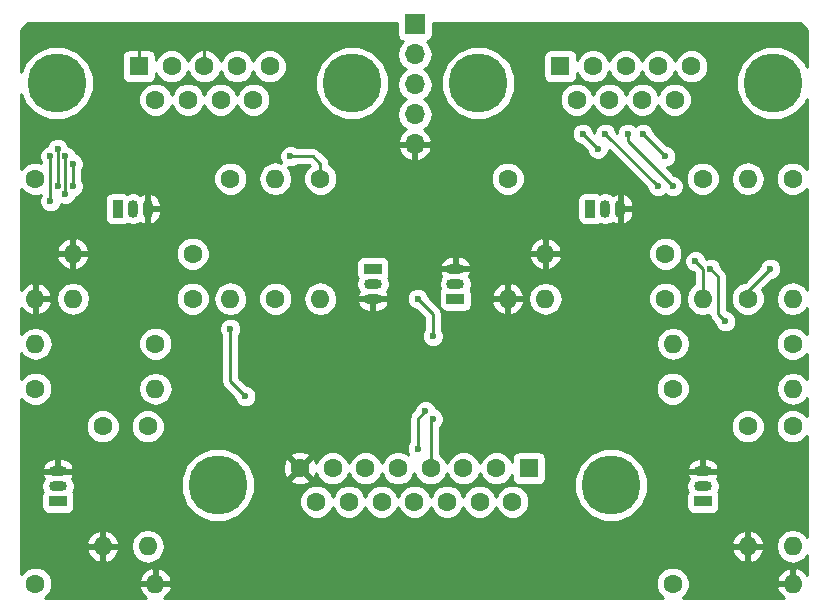
<source format=gbl>
G04 #@! TF.FileFunction,Copper,L2,Bot,Signal*
%FSLAX46Y46*%
G04 Gerber Fmt 4.6, Leading zero omitted, Abs format (unit mm)*
G04 Created by KiCad (PCBNEW 4.0.7) date 09/30/18 18:55:51*
%MOMM*%
%LPD*%
G01*
G04 APERTURE LIST*
%ADD10C,0.100000*%
%ADD11C,1.600000*%
%ADD12O,1.600000X1.600000*%
%ADD13O,1.500000X0.900000*%
%ADD14R,1.500000X0.900000*%
%ADD15O,0.900000X1.500000*%
%ADD16R,0.900000X1.500000*%
%ADD17R,1.600000X1.600000*%
%ADD18C,5.000000*%
%ADD19R,1.700000X1.700000*%
%ADD20O,1.700000X1.700000*%
%ADD21C,0.600000*%
%ADD22C,0.250000*%
%ADD23C,0.254000*%
G04 APERTURE END LIST*
D10*
D11*
X118745000Y-106045000D03*
D12*
X118745000Y-116205000D03*
D11*
X114935000Y-116205000D03*
D12*
X114935000Y-106045000D03*
D11*
X111125000Y-106045000D03*
D12*
X111125000Y-116205000D03*
D11*
X94615000Y-106045000D03*
D12*
X94615000Y-116205000D03*
D11*
X107950000Y-116205000D03*
D12*
X97790000Y-116205000D03*
D11*
X107950000Y-112395000D03*
D12*
X97790000Y-112395000D03*
D11*
X104775000Y-120015000D03*
D12*
X94615000Y-120015000D03*
D11*
X94615000Y-123825000D03*
D12*
X104775000Y-123825000D03*
D11*
X94615000Y-140335000D03*
D12*
X104775000Y-140335000D03*
D11*
X104140000Y-127000000D03*
D12*
X104140000Y-137160000D03*
D11*
X100330000Y-127000000D03*
D12*
X100330000Y-137160000D03*
D11*
X158750000Y-106045000D03*
D12*
X158750000Y-116205000D03*
D11*
X154940000Y-116205000D03*
D12*
X154940000Y-106045000D03*
D11*
X151130000Y-106045000D03*
D12*
X151130000Y-116205000D03*
D11*
X134620000Y-106045000D03*
D12*
X134620000Y-116205000D03*
D11*
X147955000Y-116205000D03*
D12*
X137795000Y-116205000D03*
D11*
X147955000Y-112395000D03*
D12*
X137795000Y-112395000D03*
D11*
X158750000Y-120015000D03*
D12*
X148590000Y-120015000D03*
D11*
X148590000Y-123825000D03*
D12*
X158750000Y-123825000D03*
D11*
X148590000Y-140335000D03*
D12*
X158750000Y-140335000D03*
D11*
X158750000Y-127000000D03*
D12*
X158750000Y-137160000D03*
D11*
X154940000Y-127000000D03*
D12*
X154940000Y-137160000D03*
D13*
X123190000Y-114935000D03*
X123190000Y-116205000D03*
D14*
X123190000Y-113665000D03*
D15*
X102870000Y-108585000D03*
X104140000Y-108585000D03*
D16*
X101600000Y-108585000D03*
D13*
X96520000Y-132080000D03*
X96520000Y-130810000D03*
D14*
X96520000Y-133350000D03*
D13*
X130175000Y-114935000D03*
X130175000Y-113665000D03*
D14*
X130175000Y-116205000D03*
D15*
X142875000Y-108585000D03*
X144145000Y-108585000D03*
D16*
X141605000Y-108585000D03*
D13*
X151130000Y-132080000D03*
X151130000Y-130810000D03*
D14*
X151130000Y-133350000D03*
D17*
X103378000Y-96520000D03*
D11*
X106148000Y-96520000D03*
X108918000Y-96520000D03*
X111688000Y-96520000D03*
X114458000Y-96520000D03*
X104763000Y-99360000D03*
X107533000Y-99360000D03*
X110303000Y-99360000D03*
X113073000Y-99360000D03*
D18*
X121418000Y-97940000D03*
X96418000Y-97940000D03*
D17*
X139065000Y-96520000D03*
D11*
X141835000Y-96520000D03*
X144605000Y-96520000D03*
X147375000Y-96520000D03*
X150145000Y-96520000D03*
X140450000Y-99360000D03*
X143220000Y-99360000D03*
X145990000Y-99360000D03*
X148760000Y-99360000D03*
D18*
X157105000Y-97940000D03*
X132105000Y-97940000D03*
D17*
X136398000Y-130556000D03*
D11*
X133628000Y-130556000D03*
X130858000Y-130556000D03*
X128088000Y-130556000D03*
X125318000Y-130556000D03*
X122548000Y-130556000D03*
X119778000Y-130556000D03*
X117008000Y-130556000D03*
X135013000Y-133396000D03*
X132243000Y-133396000D03*
X129473000Y-133396000D03*
X126703000Y-133396000D03*
X123933000Y-133396000D03*
X121163000Y-133396000D03*
X118393000Y-133396000D03*
D18*
X143353000Y-131976000D03*
X110053000Y-131976000D03*
D19*
X126746000Y-92964000D03*
D20*
X126746000Y-95504000D03*
X126746000Y-98044000D03*
X126746000Y-100584000D03*
X126746000Y-103124000D03*
D21*
X147955000Y-104140000D03*
X156845000Y-113665000D03*
X146050000Y-102235000D03*
X128270000Y-119380000D03*
X127000000Y-116205000D03*
X128270000Y-126365000D03*
X104140000Y-93980000D03*
X97155000Y-107315000D03*
X97155000Y-104140000D03*
X150495000Y-113030000D03*
X148590000Y-106680000D03*
X144780000Y-102235000D03*
X127000000Y-128905000D03*
X127635000Y-125730000D03*
X109220000Y-93345000D03*
X97790000Y-106680000D03*
X97790000Y-104775000D03*
X111125000Y-118745000D03*
X112395000Y-124460000D03*
X96520000Y-106680000D03*
X96520000Y-103505000D03*
X95885000Y-107950000D03*
X95885000Y-104140000D03*
X116205000Y-104140000D03*
X153035000Y-118110000D03*
X151765000Y-113665000D03*
X147320000Y-106680000D03*
X142875000Y-102235000D03*
X142240000Y-103505000D03*
X140970000Y-102235000D03*
D22*
X146050000Y-102235000D02*
X147955000Y-104140000D01*
X156845000Y-113665000D02*
X154940000Y-115570000D01*
X154940000Y-115570000D02*
X154940000Y-116205000D01*
X128270000Y-117475000D02*
X128270000Y-119380000D01*
X127000000Y-116205000D02*
X128270000Y-117475000D01*
X128088000Y-126547000D02*
X128270000Y-126365000D01*
X128088000Y-130556000D02*
X128088000Y-126547000D01*
X104140000Y-93980000D02*
X103378000Y-94742000D01*
X103378000Y-94742000D02*
X103378000Y-96520000D01*
X97155000Y-104140000D02*
X97155000Y-107315000D01*
X151130000Y-113665000D02*
X150495000Y-113030000D01*
X148590000Y-106680000D02*
X144780000Y-102870000D01*
X144780000Y-102870000D02*
X144780000Y-102235000D01*
X151130000Y-113665000D02*
X151130000Y-116205000D01*
X127000000Y-128905000D02*
X127000000Y-126365000D01*
X127000000Y-126365000D02*
X127635000Y-125730000D01*
X108918000Y-93647000D02*
X108918000Y-96520000D01*
X109220000Y-93345000D02*
X108918000Y-93647000D01*
X97790000Y-104775000D02*
X97790000Y-106680000D01*
X111125000Y-118745000D02*
X111125000Y-123190000D01*
X112395000Y-124460000D02*
X111125000Y-123190000D01*
X96520000Y-103505000D02*
X96520000Y-106680000D01*
X95885000Y-104140000D02*
X95885000Y-107950000D01*
X118745000Y-104775000D02*
X118745000Y-106045000D01*
X118110000Y-104140000D02*
X118745000Y-104775000D01*
X116205000Y-104140000D02*
X118110000Y-104140000D01*
X153035000Y-118110000D02*
X152400000Y-117475000D01*
X152400000Y-117475000D02*
X152400000Y-114300000D01*
X152400000Y-114300000D02*
X151765000Y-113665000D01*
X147320000Y-106680000D02*
X142875000Y-102235000D01*
X140970000Y-102235000D02*
X142240000Y-103505000D01*
D23*
G36*
X125248560Y-93814000D02*
X125292838Y-94049317D01*
X125431910Y-94265441D01*
X125644110Y-94410431D01*
X125711541Y-94424086D01*
X125666853Y-94453946D01*
X125344946Y-94935715D01*
X125231907Y-95504000D01*
X125344946Y-96072285D01*
X125666853Y-96554054D01*
X125996026Y-96774000D01*
X125666853Y-96993946D01*
X125344946Y-97475715D01*
X125231907Y-98044000D01*
X125344946Y-98612285D01*
X125666853Y-99094054D01*
X125996026Y-99314000D01*
X125666853Y-99533946D01*
X125344946Y-100015715D01*
X125231907Y-100584000D01*
X125344946Y-101152285D01*
X125666853Y-101634054D01*
X126007553Y-101861702D01*
X125864642Y-101928817D01*
X125474355Y-102357076D01*
X125304524Y-102767110D01*
X125425845Y-102997000D01*
X126619000Y-102997000D01*
X126619000Y-102977000D01*
X126873000Y-102977000D01*
X126873000Y-102997000D01*
X128066155Y-102997000D01*
X128187476Y-102767110D01*
X128043777Y-102420167D01*
X140034838Y-102420167D01*
X140176883Y-102763943D01*
X140439673Y-103027192D01*
X140783201Y-103169838D01*
X140830077Y-103169879D01*
X141304878Y-103644680D01*
X141304838Y-103690167D01*
X141446883Y-104033943D01*
X141709673Y-104297192D01*
X142053201Y-104439838D01*
X142425167Y-104440162D01*
X142768943Y-104298117D01*
X143032192Y-104035327D01*
X143174838Y-103691799D01*
X143174910Y-103609712D01*
X146384878Y-106819680D01*
X146384838Y-106865167D01*
X146526883Y-107208943D01*
X146789673Y-107472192D01*
X147133201Y-107614838D01*
X147505167Y-107615162D01*
X147848943Y-107473117D01*
X147954954Y-107367290D01*
X148059673Y-107472192D01*
X148403201Y-107614838D01*
X148775167Y-107615162D01*
X149118943Y-107473117D01*
X149382192Y-107210327D01*
X149524838Y-106866799D01*
X149525162Y-106494833D01*
X149456719Y-106329187D01*
X149694752Y-106329187D01*
X149912757Y-106856800D01*
X150316077Y-107260824D01*
X150843309Y-107479750D01*
X151414187Y-107480248D01*
X151941800Y-107262243D01*
X152345824Y-106858923D01*
X152564750Y-106331691D01*
X152565024Y-106016887D01*
X153505000Y-106016887D01*
X153505000Y-106073113D01*
X153614233Y-106622264D01*
X153925302Y-107087811D01*
X154390849Y-107398880D01*
X154940000Y-107508113D01*
X155489151Y-107398880D01*
X155954698Y-107087811D01*
X156265767Y-106622264D01*
X156375000Y-106073113D01*
X156375000Y-106016887D01*
X156265767Y-105467736D01*
X155954698Y-105002189D01*
X155489151Y-104691120D01*
X154940000Y-104581887D01*
X154390849Y-104691120D01*
X153925302Y-105002189D01*
X153614233Y-105467736D01*
X153505000Y-106016887D01*
X152565024Y-106016887D01*
X152565248Y-105760813D01*
X152347243Y-105233200D01*
X151943923Y-104829176D01*
X151416691Y-104610250D01*
X150845813Y-104609752D01*
X150318200Y-104827757D01*
X149914176Y-105231077D01*
X149695250Y-105758309D01*
X149694752Y-106329187D01*
X149456719Y-106329187D01*
X149383117Y-106151057D01*
X149120327Y-105887808D01*
X148776799Y-105745162D01*
X148729923Y-105745121D01*
X148059894Y-105075092D01*
X148140167Y-105075162D01*
X148483943Y-104933117D01*
X148747192Y-104670327D01*
X148889838Y-104326799D01*
X148890162Y-103954833D01*
X148748117Y-103611057D01*
X148485327Y-103347808D01*
X148141799Y-103205162D01*
X148094923Y-103205121D01*
X146985122Y-102095320D01*
X146985162Y-102049833D01*
X146843117Y-101706057D01*
X146580327Y-101442808D01*
X146236799Y-101300162D01*
X145864833Y-101299838D01*
X145521057Y-101441883D01*
X145415046Y-101547710D01*
X145310327Y-101442808D01*
X144966799Y-101300162D01*
X144594833Y-101299838D01*
X144251057Y-101441883D01*
X143987808Y-101704673D01*
X143845162Y-102048201D01*
X143845090Y-102130288D01*
X143810122Y-102095320D01*
X143810162Y-102049833D01*
X143668117Y-101706057D01*
X143405327Y-101442808D01*
X143061799Y-101300162D01*
X142689833Y-101299838D01*
X142346057Y-101441883D01*
X142082808Y-101704673D01*
X141940162Y-102048201D01*
X141940090Y-102130288D01*
X141905122Y-102095320D01*
X141905162Y-102049833D01*
X141763117Y-101706057D01*
X141500327Y-101442808D01*
X141156799Y-101300162D01*
X140784833Y-101299838D01*
X140441057Y-101441883D01*
X140177808Y-101704673D01*
X140035162Y-102048201D01*
X140034838Y-102420167D01*
X128043777Y-102420167D01*
X128017645Y-102357076D01*
X127627358Y-101928817D01*
X127484447Y-101861702D01*
X127825147Y-101634054D01*
X128147054Y-101152285D01*
X128260093Y-100584000D01*
X128147054Y-100015715D01*
X127825147Y-99533946D01*
X127495974Y-99314000D01*
X127825147Y-99094054D01*
X128147054Y-98612285D01*
X128157284Y-98560854D01*
X128969457Y-98560854D01*
X129445727Y-99713515D01*
X130326847Y-100596174D01*
X131478674Y-101074454D01*
X132725854Y-101075543D01*
X133878515Y-100599273D01*
X134761174Y-99718153D01*
X134791887Y-99644187D01*
X139014752Y-99644187D01*
X139232757Y-100171800D01*
X139636077Y-100575824D01*
X140163309Y-100794750D01*
X140734187Y-100795248D01*
X141261800Y-100577243D01*
X141665824Y-100173923D01*
X141835146Y-99766150D01*
X142002757Y-100171800D01*
X142406077Y-100575824D01*
X142933309Y-100794750D01*
X143504187Y-100795248D01*
X144031800Y-100577243D01*
X144435824Y-100173923D01*
X144605146Y-99766150D01*
X144772757Y-100171800D01*
X145176077Y-100575824D01*
X145703309Y-100794750D01*
X146274187Y-100795248D01*
X146801800Y-100577243D01*
X147205824Y-100173923D01*
X147375146Y-99766150D01*
X147542757Y-100171800D01*
X147946077Y-100575824D01*
X148473309Y-100794750D01*
X149044187Y-100795248D01*
X149571800Y-100577243D01*
X149975824Y-100173923D01*
X150194750Y-99646691D01*
X150195248Y-99075813D01*
X149977243Y-98548200D01*
X149573923Y-98144176D01*
X149046691Y-97925250D01*
X148475813Y-97924752D01*
X147948200Y-98142757D01*
X147544176Y-98546077D01*
X147374854Y-98953850D01*
X147207243Y-98548200D01*
X146803923Y-98144176D01*
X146276691Y-97925250D01*
X145705813Y-97924752D01*
X145178200Y-98142757D01*
X144774176Y-98546077D01*
X144604854Y-98953850D01*
X144437243Y-98548200D01*
X144033923Y-98144176D01*
X143506691Y-97925250D01*
X142935813Y-97924752D01*
X142408200Y-98142757D01*
X142004176Y-98546077D01*
X141834854Y-98953850D01*
X141667243Y-98548200D01*
X141263923Y-98144176D01*
X140736691Y-97925250D01*
X140165813Y-97924752D01*
X139638200Y-98142757D01*
X139234176Y-98546077D01*
X139015250Y-99073309D01*
X139014752Y-99644187D01*
X134791887Y-99644187D01*
X135239454Y-98566326D01*
X135240543Y-97319146D01*
X134764273Y-96166485D01*
X134318567Y-95720000D01*
X137617560Y-95720000D01*
X137617560Y-97320000D01*
X137661838Y-97555317D01*
X137800910Y-97771441D01*
X138013110Y-97916431D01*
X138265000Y-97967440D01*
X139865000Y-97967440D01*
X140100317Y-97923162D01*
X140316441Y-97784090D01*
X140461431Y-97571890D01*
X140512440Y-97320000D01*
X140512440Y-97076913D01*
X140617757Y-97331800D01*
X141021077Y-97735824D01*
X141548309Y-97954750D01*
X142119187Y-97955248D01*
X142646800Y-97737243D01*
X143050824Y-97333923D01*
X143220146Y-96926150D01*
X143387757Y-97331800D01*
X143791077Y-97735824D01*
X144318309Y-97954750D01*
X144889187Y-97955248D01*
X145416800Y-97737243D01*
X145820824Y-97333923D01*
X145990146Y-96926150D01*
X146157757Y-97331800D01*
X146561077Y-97735824D01*
X147088309Y-97954750D01*
X147659187Y-97955248D01*
X148186800Y-97737243D01*
X148590824Y-97333923D01*
X148760146Y-96926150D01*
X148927757Y-97331800D01*
X149331077Y-97735824D01*
X149858309Y-97954750D01*
X150429187Y-97955248D01*
X150956800Y-97737243D01*
X151360824Y-97333923D01*
X151579750Y-96806691D01*
X151580248Y-96235813D01*
X151362243Y-95708200D01*
X150958923Y-95304176D01*
X150431691Y-95085250D01*
X149860813Y-95084752D01*
X149333200Y-95302757D01*
X148929176Y-95706077D01*
X148759854Y-96113850D01*
X148592243Y-95708200D01*
X148188923Y-95304176D01*
X147661691Y-95085250D01*
X147090813Y-95084752D01*
X146563200Y-95302757D01*
X146159176Y-95706077D01*
X145989854Y-96113850D01*
X145822243Y-95708200D01*
X145418923Y-95304176D01*
X144891691Y-95085250D01*
X144320813Y-95084752D01*
X143793200Y-95302757D01*
X143389176Y-95706077D01*
X143219854Y-96113850D01*
X143052243Y-95708200D01*
X142648923Y-95304176D01*
X142121691Y-95085250D01*
X141550813Y-95084752D01*
X141023200Y-95302757D01*
X140619176Y-95706077D01*
X140512440Y-95963126D01*
X140512440Y-95720000D01*
X140468162Y-95484683D01*
X140329090Y-95268559D01*
X140116890Y-95123569D01*
X139865000Y-95072560D01*
X138265000Y-95072560D01*
X138029683Y-95116838D01*
X137813559Y-95255910D01*
X137668569Y-95468110D01*
X137617560Y-95720000D01*
X134318567Y-95720000D01*
X133883153Y-95283826D01*
X132731326Y-94805546D01*
X131484146Y-94804457D01*
X130331485Y-95280727D01*
X129448826Y-96161847D01*
X128970546Y-97313674D01*
X128969457Y-98560854D01*
X128157284Y-98560854D01*
X128260093Y-98044000D01*
X128147054Y-97475715D01*
X127825147Y-96993946D01*
X127495974Y-96774000D01*
X127825147Y-96554054D01*
X128147054Y-96072285D01*
X128260093Y-95504000D01*
X128147054Y-94935715D01*
X127825147Y-94453946D01*
X127783548Y-94426150D01*
X127831317Y-94417162D01*
X128047441Y-94278090D01*
X128192431Y-94065890D01*
X128243440Y-93814000D01*
X128243440Y-92837000D01*
X159332394Y-92837000D01*
X159945000Y-93449606D01*
X159945000Y-96603878D01*
X159764273Y-96166485D01*
X158883153Y-95283826D01*
X157731326Y-94805546D01*
X156484146Y-94804457D01*
X155331485Y-95280727D01*
X154448826Y-96161847D01*
X153970546Y-97313674D01*
X153969457Y-98560854D01*
X154445727Y-99713515D01*
X155326847Y-100596174D01*
X156478674Y-101074454D01*
X157725854Y-101075543D01*
X158878515Y-100599273D01*
X159761174Y-99718153D01*
X159945000Y-99275451D01*
X159945000Y-105210918D01*
X159563923Y-104829176D01*
X159036691Y-104610250D01*
X158465813Y-104609752D01*
X157938200Y-104827757D01*
X157534176Y-105231077D01*
X157315250Y-105758309D01*
X157314752Y-106329187D01*
X157532757Y-106856800D01*
X157936077Y-107260824D01*
X158463309Y-107479750D01*
X159034187Y-107480248D01*
X159561800Y-107262243D01*
X159945000Y-106879711D01*
X159945000Y-115432030D01*
X159764698Y-115162189D01*
X159299151Y-114851120D01*
X158750000Y-114741887D01*
X158200849Y-114851120D01*
X157735302Y-115162189D01*
X157424233Y-115627736D01*
X157315000Y-116176887D01*
X157315000Y-116233113D01*
X157424233Y-116782264D01*
X157735302Y-117247811D01*
X158200849Y-117558880D01*
X158750000Y-117668113D01*
X159299151Y-117558880D01*
X159764698Y-117247811D01*
X159945000Y-116977970D01*
X159945000Y-119180918D01*
X159563923Y-118799176D01*
X159036691Y-118580250D01*
X158465813Y-118579752D01*
X157938200Y-118797757D01*
X157534176Y-119201077D01*
X157315250Y-119728309D01*
X157314752Y-120299187D01*
X157532757Y-120826800D01*
X157936077Y-121230824D01*
X158463309Y-121449750D01*
X159034187Y-121450248D01*
X159561800Y-121232243D01*
X159945000Y-120849711D01*
X159945000Y-123038069D01*
X159792811Y-122810302D01*
X159327264Y-122499233D01*
X158778113Y-122390000D01*
X158721887Y-122390000D01*
X158172736Y-122499233D01*
X157707189Y-122810302D01*
X157396120Y-123275849D01*
X157286887Y-123825000D01*
X157396120Y-124374151D01*
X157707189Y-124839698D01*
X158172736Y-125150767D01*
X158721887Y-125260000D01*
X158778113Y-125260000D01*
X159327264Y-125150767D01*
X159792811Y-124839698D01*
X159945000Y-124611931D01*
X159945000Y-126165918D01*
X159563923Y-125784176D01*
X159036691Y-125565250D01*
X158465813Y-125564752D01*
X157938200Y-125782757D01*
X157534176Y-126186077D01*
X157315250Y-126713309D01*
X157314752Y-127284187D01*
X157532757Y-127811800D01*
X157936077Y-128215824D01*
X158463309Y-128434750D01*
X159034187Y-128435248D01*
X159561800Y-128217243D01*
X159945000Y-127834711D01*
X159945000Y-136387030D01*
X159764698Y-136117189D01*
X159299151Y-135806120D01*
X158750000Y-135696887D01*
X158200849Y-135806120D01*
X157735302Y-136117189D01*
X157424233Y-136582736D01*
X157315000Y-137131887D01*
X157315000Y-137188113D01*
X157424233Y-137737264D01*
X157735302Y-138202811D01*
X158200849Y-138513880D01*
X158750000Y-138623113D01*
X159299151Y-138513880D01*
X159764698Y-138202811D01*
X159945000Y-137932970D01*
X159945000Y-139557791D01*
X159605134Y-139182611D01*
X159099041Y-138943086D01*
X158877000Y-139064371D01*
X158877000Y-140208000D01*
X158897000Y-140208000D01*
X158897000Y-140462000D01*
X158877000Y-140462000D01*
X158877000Y-140482000D01*
X158623000Y-140482000D01*
X158623000Y-140462000D01*
X157480085Y-140462000D01*
X157358096Y-140684039D01*
X157518959Y-141072423D01*
X157894866Y-141487389D01*
X157984899Y-141530000D01*
X149424082Y-141530000D01*
X149805824Y-141148923D01*
X150024750Y-140621691D01*
X150025248Y-140050813D01*
X149998452Y-139985961D01*
X157358096Y-139985961D01*
X157480085Y-140208000D01*
X158623000Y-140208000D01*
X158623000Y-139064371D01*
X158400959Y-138943086D01*
X157894866Y-139182611D01*
X157518959Y-139597577D01*
X157358096Y-139985961D01*
X149998452Y-139985961D01*
X149807243Y-139523200D01*
X149403923Y-139119176D01*
X148876691Y-138900250D01*
X148305813Y-138899752D01*
X147778200Y-139117757D01*
X147374176Y-139521077D01*
X147155250Y-140048309D01*
X147154752Y-140619187D01*
X147372757Y-141146800D01*
X147755289Y-141530000D01*
X105540101Y-141530000D01*
X105630134Y-141487389D01*
X106006041Y-141072423D01*
X106166904Y-140684039D01*
X106044915Y-140462000D01*
X104902000Y-140462000D01*
X104902000Y-140482000D01*
X104648000Y-140482000D01*
X104648000Y-140462000D01*
X103505085Y-140462000D01*
X103383096Y-140684039D01*
X103543959Y-141072423D01*
X103919866Y-141487389D01*
X104009899Y-141530000D01*
X95449082Y-141530000D01*
X95830824Y-141148923D01*
X96049750Y-140621691D01*
X96050248Y-140050813D01*
X96023452Y-139985961D01*
X103383096Y-139985961D01*
X103505085Y-140208000D01*
X104648000Y-140208000D01*
X104648000Y-139064371D01*
X104902000Y-139064371D01*
X104902000Y-140208000D01*
X106044915Y-140208000D01*
X106166904Y-139985961D01*
X106006041Y-139597577D01*
X105630134Y-139182611D01*
X105124041Y-138943086D01*
X104902000Y-139064371D01*
X104648000Y-139064371D01*
X104425959Y-138943086D01*
X103919866Y-139182611D01*
X103543959Y-139597577D01*
X103383096Y-139985961D01*
X96023452Y-139985961D01*
X95832243Y-139523200D01*
X95428923Y-139119176D01*
X94901691Y-138900250D01*
X94330813Y-138899752D01*
X93803200Y-139117757D01*
X93420000Y-139500289D01*
X93420000Y-137509041D01*
X98938086Y-137509041D01*
X99177611Y-138015134D01*
X99592577Y-138391041D01*
X99980961Y-138551904D01*
X100203000Y-138429915D01*
X100203000Y-137287000D01*
X100457000Y-137287000D01*
X100457000Y-138429915D01*
X100679039Y-138551904D01*
X101067423Y-138391041D01*
X101482389Y-138015134D01*
X101721914Y-137509041D01*
X101600629Y-137287000D01*
X100457000Y-137287000D01*
X100203000Y-137287000D01*
X99059371Y-137287000D01*
X98938086Y-137509041D01*
X93420000Y-137509041D01*
X93420000Y-137131887D01*
X102705000Y-137131887D01*
X102705000Y-137188113D01*
X102814233Y-137737264D01*
X103125302Y-138202811D01*
X103590849Y-138513880D01*
X104140000Y-138623113D01*
X104689151Y-138513880D01*
X105154698Y-138202811D01*
X105465767Y-137737264D01*
X105511163Y-137509041D01*
X153548086Y-137509041D01*
X153787611Y-138015134D01*
X154202577Y-138391041D01*
X154590961Y-138551904D01*
X154813000Y-138429915D01*
X154813000Y-137287000D01*
X155067000Y-137287000D01*
X155067000Y-138429915D01*
X155289039Y-138551904D01*
X155677423Y-138391041D01*
X156092389Y-138015134D01*
X156331914Y-137509041D01*
X156210629Y-137287000D01*
X155067000Y-137287000D01*
X154813000Y-137287000D01*
X153669371Y-137287000D01*
X153548086Y-137509041D01*
X105511163Y-137509041D01*
X105575000Y-137188113D01*
X105575000Y-137131887D01*
X105511164Y-136810959D01*
X153548086Y-136810959D01*
X153669371Y-137033000D01*
X154813000Y-137033000D01*
X154813000Y-135890085D01*
X155067000Y-135890085D01*
X155067000Y-137033000D01*
X156210629Y-137033000D01*
X156331914Y-136810959D01*
X156092389Y-136304866D01*
X155677423Y-135928959D01*
X155289039Y-135768096D01*
X155067000Y-135890085D01*
X154813000Y-135890085D01*
X154590961Y-135768096D01*
X154202577Y-135928959D01*
X153787611Y-136304866D01*
X153548086Y-136810959D01*
X105511164Y-136810959D01*
X105465767Y-136582736D01*
X105154698Y-136117189D01*
X104689151Y-135806120D01*
X104140000Y-135696887D01*
X103590849Y-135806120D01*
X103125302Y-136117189D01*
X102814233Y-136582736D01*
X102705000Y-137131887D01*
X93420000Y-137131887D01*
X93420000Y-136810959D01*
X98938086Y-136810959D01*
X99059371Y-137033000D01*
X100203000Y-137033000D01*
X100203000Y-135890085D01*
X100457000Y-135890085D01*
X100457000Y-137033000D01*
X101600629Y-137033000D01*
X101721914Y-136810959D01*
X101482389Y-136304866D01*
X101067423Y-135928959D01*
X100679039Y-135768096D01*
X100457000Y-135890085D01*
X100203000Y-135890085D01*
X99980961Y-135768096D01*
X99592577Y-135928959D01*
X99177611Y-136304866D01*
X98938086Y-136810959D01*
X93420000Y-136810959D01*
X93420000Y-132080000D01*
X95107866Y-132080000D01*
X95190457Y-132495212D01*
X95233759Y-132560019D01*
X95173569Y-132648110D01*
X95122560Y-132900000D01*
X95122560Y-133800000D01*
X95166838Y-134035317D01*
X95305910Y-134251441D01*
X95518110Y-134396431D01*
X95770000Y-134447440D01*
X97270000Y-134447440D01*
X97505317Y-134403162D01*
X97721441Y-134264090D01*
X97866431Y-134051890D01*
X97917440Y-133800000D01*
X97917440Y-132900000D01*
X97873162Y-132664683D01*
X97829516Y-132596854D01*
X106917457Y-132596854D01*
X107393727Y-133749515D01*
X108274847Y-134632174D01*
X109426674Y-135110454D01*
X110673854Y-135111543D01*
X111826515Y-134635273D01*
X112709174Y-133754153D01*
X112739887Y-133680187D01*
X116957752Y-133680187D01*
X117175757Y-134207800D01*
X117579077Y-134611824D01*
X118106309Y-134830750D01*
X118677187Y-134831248D01*
X119204800Y-134613243D01*
X119608824Y-134209923D01*
X119778146Y-133802150D01*
X119945757Y-134207800D01*
X120349077Y-134611824D01*
X120876309Y-134830750D01*
X121447187Y-134831248D01*
X121974800Y-134613243D01*
X122378824Y-134209923D01*
X122548146Y-133802150D01*
X122715757Y-134207800D01*
X123119077Y-134611824D01*
X123646309Y-134830750D01*
X124217187Y-134831248D01*
X124744800Y-134613243D01*
X125148824Y-134209923D01*
X125318146Y-133802150D01*
X125485757Y-134207800D01*
X125889077Y-134611824D01*
X126416309Y-134830750D01*
X126987187Y-134831248D01*
X127514800Y-134613243D01*
X127918824Y-134209923D01*
X128088146Y-133802150D01*
X128255757Y-134207800D01*
X128659077Y-134611824D01*
X129186309Y-134830750D01*
X129757187Y-134831248D01*
X130284800Y-134613243D01*
X130688824Y-134209923D01*
X130858146Y-133802150D01*
X131025757Y-134207800D01*
X131429077Y-134611824D01*
X131956309Y-134830750D01*
X132527187Y-134831248D01*
X133054800Y-134613243D01*
X133458824Y-134209923D01*
X133628146Y-133802150D01*
X133795757Y-134207800D01*
X134199077Y-134611824D01*
X134726309Y-134830750D01*
X135297187Y-134831248D01*
X135824800Y-134613243D01*
X136228824Y-134209923D01*
X136447750Y-133682691D01*
X136448248Y-133111813D01*
X136235472Y-132596854D01*
X140217457Y-132596854D01*
X140693727Y-133749515D01*
X141574847Y-134632174D01*
X142726674Y-135110454D01*
X143973854Y-135111543D01*
X145126515Y-134635273D01*
X146009174Y-133754153D01*
X146487454Y-132602326D01*
X146487910Y-132080000D01*
X149717866Y-132080000D01*
X149800457Y-132495212D01*
X149843759Y-132560019D01*
X149783569Y-132648110D01*
X149732560Y-132900000D01*
X149732560Y-133800000D01*
X149776838Y-134035317D01*
X149915910Y-134251441D01*
X150128110Y-134396431D01*
X150380000Y-134447440D01*
X151880000Y-134447440D01*
X152115317Y-134403162D01*
X152331441Y-134264090D01*
X152476431Y-134051890D01*
X152527440Y-133800000D01*
X152527440Y-132900000D01*
X152483162Y-132664683D01*
X152416022Y-132560345D01*
X152459543Y-132495212D01*
X152542134Y-132080000D01*
X152459543Y-131664788D01*
X152309830Y-131440726D01*
X152474408Y-131104001D01*
X152347502Y-130937000D01*
X151257000Y-130937000D01*
X151257000Y-130957000D01*
X151003000Y-130957000D01*
X151003000Y-130937000D01*
X149912498Y-130937000D01*
X149785592Y-131104001D01*
X149950170Y-131440726D01*
X149800457Y-131664788D01*
X149717866Y-132080000D01*
X146487910Y-132080000D01*
X146488543Y-131355146D01*
X146141815Y-130515999D01*
X149785592Y-130515999D01*
X149912498Y-130683000D01*
X151003000Y-130683000D01*
X151003000Y-129725000D01*
X151257000Y-129725000D01*
X151257000Y-130683000D01*
X152347502Y-130683000D01*
X152474408Y-130515999D01*
X152287013Y-130132592D01*
X151962544Y-129856192D01*
X151557000Y-129725000D01*
X151257000Y-129725000D01*
X151003000Y-129725000D01*
X150703000Y-129725000D01*
X150297456Y-129856192D01*
X149972987Y-130132592D01*
X149785592Y-130515999D01*
X146141815Y-130515999D01*
X146012273Y-130202485D01*
X145131153Y-129319826D01*
X143979326Y-128841546D01*
X142732146Y-128840457D01*
X141579485Y-129316727D01*
X140696826Y-130197847D01*
X140218546Y-131349674D01*
X140217457Y-132596854D01*
X136235472Y-132596854D01*
X136230243Y-132584200D01*
X135826923Y-132180176D01*
X135299691Y-131961250D01*
X134728813Y-131960752D01*
X134201200Y-132178757D01*
X133797176Y-132582077D01*
X133627854Y-132989850D01*
X133460243Y-132584200D01*
X133056923Y-132180176D01*
X132529691Y-131961250D01*
X131958813Y-131960752D01*
X131431200Y-132178757D01*
X131027176Y-132582077D01*
X130857854Y-132989850D01*
X130690243Y-132584200D01*
X130286923Y-132180176D01*
X129759691Y-131961250D01*
X129188813Y-131960752D01*
X128661200Y-132178757D01*
X128257176Y-132582077D01*
X128087854Y-132989850D01*
X127920243Y-132584200D01*
X127516923Y-132180176D01*
X126989691Y-131961250D01*
X126418813Y-131960752D01*
X125891200Y-132178757D01*
X125487176Y-132582077D01*
X125317854Y-132989850D01*
X125150243Y-132584200D01*
X124746923Y-132180176D01*
X124219691Y-131961250D01*
X123648813Y-131960752D01*
X123121200Y-132178757D01*
X122717176Y-132582077D01*
X122547854Y-132989850D01*
X122380243Y-132584200D01*
X121976923Y-132180176D01*
X121449691Y-131961250D01*
X120878813Y-131960752D01*
X120351200Y-132178757D01*
X119947176Y-132582077D01*
X119777854Y-132989850D01*
X119610243Y-132584200D01*
X119206923Y-132180176D01*
X118679691Y-131961250D01*
X118108813Y-131960752D01*
X117581200Y-132178757D01*
X117177176Y-132582077D01*
X116958250Y-133109309D01*
X116957752Y-133680187D01*
X112739887Y-133680187D01*
X113187454Y-132602326D01*
X113188360Y-131563745D01*
X116179861Y-131563745D01*
X116253995Y-131809864D01*
X116791223Y-132002965D01*
X117361454Y-131975778D01*
X117762005Y-131809864D01*
X117836139Y-131563745D01*
X117008000Y-130735605D01*
X116179861Y-131563745D01*
X113188360Y-131563745D01*
X113188543Y-131355146D01*
X112768773Y-130339223D01*
X115561035Y-130339223D01*
X115588222Y-130909454D01*
X115754136Y-131310005D01*
X116000255Y-131384139D01*
X116828395Y-130556000D01*
X117187605Y-130556000D01*
X118015745Y-131384139D01*
X118261864Y-131310005D01*
X118389804Y-130954062D01*
X118560757Y-131367800D01*
X118964077Y-131771824D01*
X119491309Y-131990750D01*
X120062187Y-131991248D01*
X120589800Y-131773243D01*
X120993824Y-131369923D01*
X121163146Y-130962150D01*
X121330757Y-131367800D01*
X121734077Y-131771824D01*
X122261309Y-131990750D01*
X122832187Y-131991248D01*
X123359800Y-131773243D01*
X123763824Y-131369923D01*
X123933146Y-130962150D01*
X124100757Y-131367800D01*
X124504077Y-131771824D01*
X125031309Y-131990750D01*
X125602187Y-131991248D01*
X126129800Y-131773243D01*
X126533824Y-131369923D01*
X126703146Y-130962150D01*
X126870757Y-131367800D01*
X127274077Y-131771824D01*
X127801309Y-131990750D01*
X128372187Y-131991248D01*
X128899800Y-131773243D01*
X129303824Y-131369923D01*
X129473146Y-130962150D01*
X129640757Y-131367800D01*
X130044077Y-131771824D01*
X130571309Y-131990750D01*
X131142187Y-131991248D01*
X131669800Y-131773243D01*
X132073824Y-131369923D01*
X132243146Y-130962150D01*
X132410757Y-131367800D01*
X132814077Y-131771824D01*
X133341309Y-131990750D01*
X133912187Y-131991248D01*
X134439800Y-131773243D01*
X134843824Y-131369923D01*
X134950560Y-131112874D01*
X134950560Y-131356000D01*
X134994838Y-131591317D01*
X135133910Y-131807441D01*
X135346110Y-131952431D01*
X135598000Y-132003440D01*
X137198000Y-132003440D01*
X137433317Y-131959162D01*
X137649441Y-131820090D01*
X137794431Y-131607890D01*
X137845440Y-131356000D01*
X137845440Y-129756000D01*
X137801162Y-129520683D01*
X137662090Y-129304559D01*
X137449890Y-129159569D01*
X137198000Y-129108560D01*
X135598000Y-129108560D01*
X135362683Y-129152838D01*
X135146559Y-129291910D01*
X135001569Y-129504110D01*
X134950560Y-129756000D01*
X134950560Y-129999087D01*
X134845243Y-129744200D01*
X134441923Y-129340176D01*
X133914691Y-129121250D01*
X133343813Y-129120752D01*
X132816200Y-129338757D01*
X132412176Y-129742077D01*
X132242854Y-130149850D01*
X132075243Y-129744200D01*
X131671923Y-129340176D01*
X131144691Y-129121250D01*
X130573813Y-129120752D01*
X130046200Y-129338757D01*
X129642176Y-129742077D01*
X129472854Y-130149850D01*
X129305243Y-129744200D01*
X128901923Y-129340176D01*
X128848000Y-129317785D01*
X128848000Y-127284187D01*
X153504752Y-127284187D01*
X153722757Y-127811800D01*
X154126077Y-128215824D01*
X154653309Y-128434750D01*
X155224187Y-128435248D01*
X155751800Y-128217243D01*
X156155824Y-127813923D01*
X156374750Y-127286691D01*
X156375248Y-126715813D01*
X156157243Y-126188200D01*
X155753923Y-125784176D01*
X155226691Y-125565250D01*
X154655813Y-125564752D01*
X154128200Y-125782757D01*
X153724176Y-126186077D01*
X153505250Y-126713309D01*
X153504752Y-127284187D01*
X128848000Y-127284187D01*
X128848000Y-127109146D01*
X129062192Y-126895327D01*
X129204838Y-126551799D01*
X129205162Y-126179833D01*
X129063117Y-125836057D01*
X128800327Y-125572808D01*
X128536446Y-125463235D01*
X128428117Y-125201057D01*
X128165327Y-124937808D01*
X127821799Y-124795162D01*
X127449833Y-124794838D01*
X127106057Y-124936883D01*
X126842808Y-125199673D01*
X126700162Y-125543201D01*
X126700121Y-125590077D01*
X126462599Y-125827599D01*
X126297852Y-126074161D01*
X126240000Y-126365000D01*
X126240000Y-128342537D01*
X126207808Y-128374673D01*
X126065162Y-128718201D01*
X126064838Y-129090167D01*
X126193716Y-129402077D01*
X126131923Y-129340176D01*
X125604691Y-129121250D01*
X125033813Y-129120752D01*
X124506200Y-129338757D01*
X124102176Y-129742077D01*
X123932854Y-130149850D01*
X123765243Y-129744200D01*
X123361923Y-129340176D01*
X122834691Y-129121250D01*
X122263813Y-129120752D01*
X121736200Y-129338757D01*
X121332176Y-129742077D01*
X121162854Y-130149850D01*
X120995243Y-129744200D01*
X120591923Y-129340176D01*
X120064691Y-129121250D01*
X119493813Y-129120752D01*
X118966200Y-129338757D01*
X118562176Y-129742077D01*
X118399410Y-130134060D01*
X118261864Y-129801995D01*
X118015745Y-129727861D01*
X117187605Y-130556000D01*
X116828395Y-130556000D01*
X116000255Y-129727861D01*
X115754136Y-129801995D01*
X115561035Y-130339223D01*
X112768773Y-130339223D01*
X112712273Y-130202485D01*
X112059184Y-129548255D01*
X116179861Y-129548255D01*
X117008000Y-130376395D01*
X117836139Y-129548255D01*
X117762005Y-129302136D01*
X117224777Y-129109035D01*
X116654546Y-129136222D01*
X116253995Y-129302136D01*
X116179861Y-129548255D01*
X112059184Y-129548255D01*
X111831153Y-129319826D01*
X110679326Y-128841546D01*
X109432146Y-128840457D01*
X108279485Y-129316727D01*
X107396826Y-130197847D01*
X106918546Y-131349674D01*
X106917457Y-132596854D01*
X97829516Y-132596854D01*
X97806022Y-132560345D01*
X97849543Y-132495212D01*
X97932134Y-132080000D01*
X97849543Y-131664788D01*
X97699830Y-131440726D01*
X97864408Y-131104001D01*
X97737502Y-130937000D01*
X96647000Y-130937000D01*
X96647000Y-130957000D01*
X96393000Y-130957000D01*
X96393000Y-130937000D01*
X95302498Y-130937000D01*
X95175592Y-131104001D01*
X95340170Y-131440726D01*
X95190457Y-131664788D01*
X95107866Y-132080000D01*
X93420000Y-132080000D01*
X93420000Y-130515999D01*
X95175592Y-130515999D01*
X95302498Y-130683000D01*
X96393000Y-130683000D01*
X96393000Y-129725000D01*
X96647000Y-129725000D01*
X96647000Y-130683000D01*
X97737502Y-130683000D01*
X97864408Y-130515999D01*
X97677013Y-130132592D01*
X97352544Y-129856192D01*
X96947000Y-129725000D01*
X96647000Y-129725000D01*
X96393000Y-129725000D01*
X96093000Y-129725000D01*
X95687456Y-129856192D01*
X95362987Y-130132592D01*
X95175592Y-130515999D01*
X93420000Y-130515999D01*
X93420000Y-127284187D01*
X98894752Y-127284187D01*
X99112757Y-127811800D01*
X99516077Y-128215824D01*
X100043309Y-128434750D01*
X100614187Y-128435248D01*
X101141800Y-128217243D01*
X101545824Y-127813923D01*
X101764750Y-127286691D01*
X101764752Y-127284187D01*
X102704752Y-127284187D01*
X102922757Y-127811800D01*
X103326077Y-128215824D01*
X103853309Y-128434750D01*
X104424187Y-128435248D01*
X104951800Y-128217243D01*
X105355824Y-127813923D01*
X105574750Y-127286691D01*
X105575248Y-126715813D01*
X105357243Y-126188200D01*
X104953923Y-125784176D01*
X104426691Y-125565250D01*
X103855813Y-125564752D01*
X103328200Y-125782757D01*
X102924176Y-126186077D01*
X102705250Y-126713309D01*
X102704752Y-127284187D01*
X101764752Y-127284187D01*
X101765248Y-126715813D01*
X101547243Y-126188200D01*
X101143923Y-125784176D01*
X100616691Y-125565250D01*
X100045813Y-125564752D01*
X99518200Y-125782757D01*
X99114176Y-126186077D01*
X98895250Y-126713309D01*
X98894752Y-127284187D01*
X93420000Y-127284187D01*
X93420000Y-124659082D01*
X93801077Y-125040824D01*
X94328309Y-125259750D01*
X94899187Y-125260248D01*
X95426800Y-125042243D01*
X95830824Y-124638923D01*
X96049750Y-124111691D01*
X96050000Y-123825000D01*
X103311887Y-123825000D01*
X103421120Y-124374151D01*
X103732189Y-124839698D01*
X104197736Y-125150767D01*
X104746887Y-125260000D01*
X104803113Y-125260000D01*
X105352264Y-125150767D01*
X105817811Y-124839698D01*
X106128880Y-124374151D01*
X106238113Y-123825000D01*
X106128880Y-123275849D01*
X105817811Y-122810302D01*
X105352264Y-122499233D01*
X104803113Y-122390000D01*
X104746887Y-122390000D01*
X104197736Y-122499233D01*
X103732189Y-122810302D01*
X103421120Y-123275849D01*
X103311887Y-123825000D01*
X96050000Y-123825000D01*
X96050248Y-123540813D01*
X95832243Y-123013200D01*
X95428923Y-122609176D01*
X94901691Y-122390250D01*
X94330813Y-122389752D01*
X93803200Y-122607757D01*
X93420000Y-122990289D01*
X93420000Y-120801931D01*
X93572189Y-121029698D01*
X94037736Y-121340767D01*
X94586887Y-121450000D01*
X94643113Y-121450000D01*
X95192264Y-121340767D01*
X95657811Y-121029698D01*
X95968880Y-120564151D01*
X96021584Y-120299187D01*
X103339752Y-120299187D01*
X103557757Y-120826800D01*
X103961077Y-121230824D01*
X104488309Y-121449750D01*
X105059187Y-121450248D01*
X105586800Y-121232243D01*
X105990824Y-120828923D01*
X106209750Y-120301691D01*
X106210248Y-119730813D01*
X105992243Y-119203200D01*
X105719686Y-118930167D01*
X110189838Y-118930167D01*
X110331883Y-119273943D01*
X110365000Y-119307118D01*
X110365000Y-123190000D01*
X110422852Y-123480839D01*
X110587599Y-123727401D01*
X111459878Y-124599680D01*
X111459838Y-124645167D01*
X111601883Y-124988943D01*
X111864673Y-125252192D01*
X112208201Y-125394838D01*
X112580167Y-125395162D01*
X112923943Y-125253117D01*
X113187192Y-124990327D01*
X113329838Y-124646799D01*
X113330162Y-124274833D01*
X113261719Y-124109187D01*
X147154752Y-124109187D01*
X147372757Y-124636800D01*
X147776077Y-125040824D01*
X148303309Y-125259750D01*
X148874187Y-125260248D01*
X149401800Y-125042243D01*
X149805824Y-124638923D01*
X150024750Y-124111691D01*
X150025248Y-123540813D01*
X149807243Y-123013200D01*
X149403923Y-122609176D01*
X148876691Y-122390250D01*
X148305813Y-122389752D01*
X147778200Y-122607757D01*
X147374176Y-123011077D01*
X147155250Y-123538309D01*
X147154752Y-124109187D01*
X113261719Y-124109187D01*
X113188117Y-123931057D01*
X112925327Y-123667808D01*
X112581799Y-123525162D01*
X112534923Y-123525121D01*
X111885000Y-122875198D01*
X111885000Y-119307463D01*
X111917192Y-119275327D01*
X112059838Y-118931799D01*
X112060162Y-118559833D01*
X111918117Y-118216057D01*
X111655327Y-117952808D01*
X111311799Y-117810162D01*
X110939833Y-117809838D01*
X110596057Y-117951883D01*
X110332808Y-118214673D01*
X110190162Y-118558201D01*
X110189838Y-118930167D01*
X105719686Y-118930167D01*
X105588923Y-118799176D01*
X105061691Y-118580250D01*
X104490813Y-118579752D01*
X103963200Y-118797757D01*
X103559176Y-119201077D01*
X103340250Y-119728309D01*
X103339752Y-120299187D01*
X96021584Y-120299187D01*
X96078113Y-120015000D01*
X95968880Y-119465849D01*
X95657811Y-119000302D01*
X95192264Y-118689233D01*
X94643113Y-118580000D01*
X94586887Y-118580000D01*
X94037736Y-118689233D01*
X93572189Y-119000302D01*
X93420000Y-119228069D01*
X93420000Y-116970101D01*
X93462611Y-117060134D01*
X93877577Y-117436041D01*
X94265961Y-117596904D01*
X94488000Y-117474915D01*
X94488000Y-116332000D01*
X94742000Y-116332000D01*
X94742000Y-117474915D01*
X94964039Y-117596904D01*
X95352423Y-117436041D01*
X95767389Y-117060134D01*
X96006914Y-116554041D01*
X95885629Y-116332000D01*
X94742000Y-116332000D01*
X94488000Y-116332000D01*
X94468000Y-116332000D01*
X94468000Y-116205000D01*
X96326887Y-116205000D01*
X96436120Y-116754151D01*
X96747189Y-117219698D01*
X97212736Y-117530767D01*
X97761887Y-117640000D01*
X97818113Y-117640000D01*
X98367264Y-117530767D01*
X98832811Y-117219698D01*
X99143880Y-116754151D01*
X99196584Y-116489187D01*
X106514752Y-116489187D01*
X106732757Y-117016800D01*
X107136077Y-117420824D01*
X107663309Y-117639750D01*
X108234187Y-117640248D01*
X108761800Y-117422243D01*
X109165824Y-117018923D01*
X109384750Y-116491691D01*
X109385024Y-116176887D01*
X109690000Y-116176887D01*
X109690000Y-116233113D01*
X109799233Y-116782264D01*
X110110302Y-117247811D01*
X110575849Y-117558880D01*
X111125000Y-117668113D01*
X111674151Y-117558880D01*
X112139698Y-117247811D01*
X112450767Y-116782264D01*
X112509063Y-116489187D01*
X113499752Y-116489187D01*
X113717757Y-117016800D01*
X114121077Y-117420824D01*
X114648309Y-117639750D01*
X115219187Y-117640248D01*
X115746800Y-117422243D01*
X116150824Y-117018923D01*
X116369750Y-116491691D01*
X116370024Y-116176887D01*
X117310000Y-116176887D01*
X117310000Y-116233113D01*
X117419233Y-116782264D01*
X117730302Y-117247811D01*
X118195849Y-117558880D01*
X118745000Y-117668113D01*
X119294151Y-117558880D01*
X119759698Y-117247811D01*
X120070767Y-116782264D01*
X120127111Y-116499001D01*
X121845592Y-116499001D01*
X122032987Y-116882408D01*
X122357456Y-117158808D01*
X122763000Y-117290000D01*
X123063000Y-117290000D01*
X123063000Y-116332000D01*
X123317000Y-116332000D01*
X123317000Y-117290000D01*
X123617000Y-117290000D01*
X124022544Y-117158808D01*
X124347013Y-116882408D01*
X124534408Y-116499001D01*
X124451704Y-116390167D01*
X126064838Y-116390167D01*
X126206883Y-116733943D01*
X126469673Y-116997192D01*
X126813201Y-117139838D01*
X126860077Y-117139879D01*
X127510000Y-117789802D01*
X127510000Y-118817537D01*
X127477808Y-118849673D01*
X127335162Y-119193201D01*
X127334838Y-119565167D01*
X127476883Y-119908943D01*
X127739673Y-120172192D01*
X128083201Y-120314838D01*
X128455167Y-120315162D01*
X128798943Y-120173117D01*
X128957336Y-120015000D01*
X147126887Y-120015000D01*
X147236120Y-120564151D01*
X147547189Y-121029698D01*
X148012736Y-121340767D01*
X148561887Y-121450000D01*
X148618113Y-121450000D01*
X149167264Y-121340767D01*
X149632811Y-121029698D01*
X149943880Y-120564151D01*
X150053113Y-120015000D01*
X149943880Y-119465849D01*
X149632811Y-119000302D01*
X149167264Y-118689233D01*
X148618113Y-118580000D01*
X148561887Y-118580000D01*
X148012736Y-118689233D01*
X147547189Y-119000302D01*
X147236120Y-119465849D01*
X147126887Y-120015000D01*
X128957336Y-120015000D01*
X129062192Y-119910327D01*
X129204838Y-119566799D01*
X129205162Y-119194833D01*
X129063117Y-118851057D01*
X129030000Y-118817882D01*
X129030000Y-117475000D01*
X128972148Y-117184161D01*
X128972148Y-117184160D01*
X128807401Y-116937599D01*
X127935122Y-116065320D01*
X127935162Y-116019833D01*
X127793117Y-115676057D01*
X127530327Y-115412808D01*
X127186799Y-115270162D01*
X126814833Y-115269838D01*
X126471057Y-115411883D01*
X126207808Y-115674673D01*
X126065162Y-116018201D01*
X126064838Y-116390167D01*
X124451704Y-116390167D01*
X124407502Y-116332000D01*
X123317000Y-116332000D01*
X123063000Y-116332000D01*
X121972498Y-116332000D01*
X121845592Y-116499001D01*
X120127111Y-116499001D01*
X120180000Y-116233113D01*
X120180000Y-116176887D01*
X120070767Y-115627736D01*
X119759698Y-115162189D01*
X119419687Y-114935000D01*
X121777866Y-114935000D01*
X121860457Y-115350212D01*
X122010170Y-115574274D01*
X121845592Y-115910999D01*
X121972498Y-116078000D01*
X123063000Y-116078000D01*
X123063000Y-116058000D01*
X123317000Y-116058000D01*
X123317000Y-116078000D01*
X124407502Y-116078000D01*
X124534408Y-115910999D01*
X124369830Y-115574274D01*
X124519543Y-115350212D01*
X124602134Y-114935000D01*
X128762866Y-114935000D01*
X128845457Y-115350212D01*
X128888759Y-115415019D01*
X128828569Y-115503110D01*
X128777560Y-115755000D01*
X128777560Y-116655000D01*
X128821838Y-116890317D01*
X128960910Y-117106441D01*
X129173110Y-117251431D01*
X129425000Y-117302440D01*
X130925000Y-117302440D01*
X131160317Y-117258162D01*
X131376441Y-117119090D01*
X131521431Y-116906890D01*
X131572440Y-116655000D01*
X131572440Y-116554041D01*
X133228086Y-116554041D01*
X133467611Y-117060134D01*
X133882577Y-117436041D01*
X134270961Y-117596904D01*
X134493000Y-117474915D01*
X134493000Y-116332000D01*
X134747000Y-116332000D01*
X134747000Y-117474915D01*
X134969039Y-117596904D01*
X135357423Y-117436041D01*
X135772389Y-117060134D01*
X136011914Y-116554041D01*
X135890629Y-116332000D01*
X134747000Y-116332000D01*
X134493000Y-116332000D01*
X133349371Y-116332000D01*
X133228086Y-116554041D01*
X131572440Y-116554041D01*
X131572440Y-116205000D01*
X136331887Y-116205000D01*
X136441120Y-116754151D01*
X136752189Y-117219698D01*
X137217736Y-117530767D01*
X137766887Y-117640000D01*
X137823113Y-117640000D01*
X138372264Y-117530767D01*
X138837811Y-117219698D01*
X139148880Y-116754151D01*
X139201584Y-116489187D01*
X146519752Y-116489187D01*
X146737757Y-117016800D01*
X147141077Y-117420824D01*
X147668309Y-117639750D01*
X148239187Y-117640248D01*
X148766800Y-117422243D01*
X149170824Y-117018923D01*
X149389750Y-116491691D01*
X149390248Y-115920813D01*
X149172243Y-115393200D01*
X148768923Y-114989176D01*
X148241691Y-114770250D01*
X147670813Y-114769752D01*
X147143200Y-114987757D01*
X146739176Y-115391077D01*
X146520250Y-115918309D01*
X146519752Y-116489187D01*
X139201584Y-116489187D01*
X139258113Y-116205000D01*
X139148880Y-115655849D01*
X138837811Y-115190302D01*
X138372264Y-114879233D01*
X137823113Y-114770000D01*
X137766887Y-114770000D01*
X137217736Y-114879233D01*
X136752189Y-115190302D01*
X136441120Y-115655849D01*
X136331887Y-116205000D01*
X131572440Y-116205000D01*
X131572440Y-115855959D01*
X133228086Y-115855959D01*
X133349371Y-116078000D01*
X134493000Y-116078000D01*
X134493000Y-114935085D01*
X134747000Y-114935085D01*
X134747000Y-116078000D01*
X135890629Y-116078000D01*
X136011914Y-115855959D01*
X135772389Y-115349866D01*
X135357423Y-114973959D01*
X134969039Y-114813096D01*
X134747000Y-114935085D01*
X134493000Y-114935085D01*
X134270961Y-114813096D01*
X133882577Y-114973959D01*
X133467611Y-115349866D01*
X133228086Y-115855959D01*
X131572440Y-115855959D01*
X131572440Y-115755000D01*
X131528162Y-115519683D01*
X131461022Y-115415345D01*
X131504543Y-115350212D01*
X131587134Y-114935000D01*
X131504543Y-114519788D01*
X131354830Y-114295726D01*
X131519408Y-113959001D01*
X131392502Y-113792000D01*
X130302000Y-113792000D01*
X130302000Y-113812000D01*
X130048000Y-113812000D01*
X130048000Y-113792000D01*
X128957498Y-113792000D01*
X128830592Y-113959001D01*
X128995170Y-114295726D01*
X128845457Y-114519788D01*
X128762866Y-114935000D01*
X124602134Y-114935000D01*
X124519543Y-114519788D01*
X124476241Y-114454981D01*
X124536431Y-114366890D01*
X124587440Y-114115000D01*
X124587440Y-113370999D01*
X128830592Y-113370999D01*
X128957498Y-113538000D01*
X130048000Y-113538000D01*
X130048000Y-112580000D01*
X130302000Y-112580000D01*
X130302000Y-113538000D01*
X131392502Y-113538000D01*
X131519408Y-113370999D01*
X131332013Y-112987592D01*
X131046104Y-112744039D01*
X136403096Y-112744039D01*
X136563959Y-113132423D01*
X136939866Y-113547389D01*
X137445959Y-113786914D01*
X137668000Y-113665629D01*
X137668000Y-112522000D01*
X137922000Y-112522000D01*
X137922000Y-113665629D01*
X138144041Y-113786914D01*
X138650134Y-113547389D01*
X139026041Y-113132423D01*
X139186904Y-112744039D01*
X139151275Y-112679187D01*
X146519752Y-112679187D01*
X146737757Y-113206800D01*
X147141077Y-113610824D01*
X147668309Y-113829750D01*
X148239187Y-113830248D01*
X148766800Y-113612243D01*
X149164569Y-113215167D01*
X149559838Y-113215167D01*
X149701883Y-113558943D01*
X149964673Y-113822192D01*
X150308201Y-113964838D01*
X150355077Y-113964879D01*
X150370000Y-113979802D01*
X150370000Y-114992005D01*
X150115302Y-115162189D01*
X149804233Y-115627736D01*
X149695000Y-116176887D01*
X149695000Y-116233113D01*
X149804233Y-116782264D01*
X150115302Y-117247811D01*
X150580849Y-117558880D01*
X151130000Y-117668113D01*
X151657540Y-117563179D01*
X151697852Y-117765839D01*
X151862599Y-118012401D01*
X152099878Y-118249680D01*
X152099838Y-118295167D01*
X152241883Y-118638943D01*
X152504673Y-118902192D01*
X152848201Y-119044838D01*
X153220167Y-119045162D01*
X153563943Y-118903117D01*
X153827192Y-118640327D01*
X153969838Y-118296799D01*
X153970162Y-117924833D01*
X153828117Y-117581057D01*
X153565327Y-117317808D01*
X153221799Y-117175162D01*
X153174923Y-117175121D01*
X153160000Y-117160198D01*
X153160000Y-116489187D01*
X153504752Y-116489187D01*
X153722757Y-117016800D01*
X154126077Y-117420824D01*
X154653309Y-117639750D01*
X155224187Y-117640248D01*
X155751800Y-117422243D01*
X156155824Y-117018923D01*
X156374750Y-116491691D01*
X156375248Y-115920813D01*
X156167289Y-115417513D01*
X156984680Y-114600122D01*
X157030167Y-114600162D01*
X157373943Y-114458117D01*
X157637192Y-114195327D01*
X157779838Y-113851799D01*
X157780162Y-113479833D01*
X157638117Y-113136057D01*
X157375327Y-112872808D01*
X157031799Y-112730162D01*
X156659833Y-112729838D01*
X156316057Y-112871883D01*
X156052808Y-113134673D01*
X155910162Y-113478201D01*
X155910121Y-113525077D01*
X154665438Y-114769760D01*
X154655813Y-114769752D01*
X154128200Y-114987757D01*
X153724176Y-115391077D01*
X153505250Y-115918309D01*
X153504752Y-116489187D01*
X153160000Y-116489187D01*
X153160000Y-114300000D01*
X153102148Y-114009161D01*
X152937401Y-113762599D01*
X152700122Y-113525320D01*
X152700162Y-113479833D01*
X152558117Y-113136057D01*
X152295327Y-112872808D01*
X151951799Y-112730162D01*
X151579833Y-112729838D01*
X151411403Y-112799432D01*
X151288117Y-112501057D01*
X151025327Y-112237808D01*
X150681799Y-112095162D01*
X150309833Y-112094838D01*
X149966057Y-112236883D01*
X149702808Y-112499673D01*
X149560162Y-112843201D01*
X149559838Y-113215167D01*
X149164569Y-113215167D01*
X149170824Y-113208923D01*
X149389750Y-112681691D01*
X149390248Y-112110813D01*
X149172243Y-111583200D01*
X148768923Y-111179176D01*
X148241691Y-110960250D01*
X147670813Y-110959752D01*
X147143200Y-111177757D01*
X146739176Y-111581077D01*
X146520250Y-112108309D01*
X146519752Y-112679187D01*
X139151275Y-112679187D01*
X139064915Y-112522000D01*
X137922000Y-112522000D01*
X137668000Y-112522000D01*
X136525085Y-112522000D01*
X136403096Y-112744039D01*
X131046104Y-112744039D01*
X131007544Y-112711192D01*
X130602000Y-112580000D01*
X130302000Y-112580000D01*
X130048000Y-112580000D01*
X129748000Y-112580000D01*
X129342456Y-112711192D01*
X129017987Y-112987592D01*
X128830592Y-113370999D01*
X124587440Y-113370999D01*
X124587440Y-113215000D01*
X124543162Y-112979683D01*
X124404090Y-112763559D01*
X124191890Y-112618569D01*
X123940000Y-112567560D01*
X122440000Y-112567560D01*
X122204683Y-112611838D01*
X121988559Y-112750910D01*
X121843569Y-112963110D01*
X121792560Y-113215000D01*
X121792560Y-114115000D01*
X121836838Y-114350317D01*
X121903978Y-114454655D01*
X121860457Y-114519788D01*
X121777866Y-114935000D01*
X119419687Y-114935000D01*
X119294151Y-114851120D01*
X118745000Y-114741887D01*
X118195849Y-114851120D01*
X117730302Y-115162189D01*
X117419233Y-115627736D01*
X117310000Y-116176887D01*
X116370024Y-116176887D01*
X116370248Y-115920813D01*
X116152243Y-115393200D01*
X115748923Y-114989176D01*
X115221691Y-114770250D01*
X114650813Y-114769752D01*
X114123200Y-114987757D01*
X113719176Y-115391077D01*
X113500250Y-115918309D01*
X113499752Y-116489187D01*
X112509063Y-116489187D01*
X112560000Y-116233113D01*
X112560000Y-116176887D01*
X112450767Y-115627736D01*
X112139698Y-115162189D01*
X111674151Y-114851120D01*
X111125000Y-114741887D01*
X110575849Y-114851120D01*
X110110302Y-115162189D01*
X109799233Y-115627736D01*
X109690000Y-116176887D01*
X109385024Y-116176887D01*
X109385248Y-115920813D01*
X109167243Y-115393200D01*
X108763923Y-114989176D01*
X108236691Y-114770250D01*
X107665813Y-114769752D01*
X107138200Y-114987757D01*
X106734176Y-115391077D01*
X106515250Y-115918309D01*
X106514752Y-116489187D01*
X99196584Y-116489187D01*
X99253113Y-116205000D01*
X99143880Y-115655849D01*
X98832811Y-115190302D01*
X98367264Y-114879233D01*
X97818113Y-114770000D01*
X97761887Y-114770000D01*
X97212736Y-114879233D01*
X96747189Y-115190302D01*
X96436120Y-115655849D01*
X96326887Y-116205000D01*
X94468000Y-116205000D01*
X94468000Y-116078000D01*
X94488000Y-116078000D01*
X94488000Y-114935085D01*
X94742000Y-114935085D01*
X94742000Y-116078000D01*
X95885629Y-116078000D01*
X96006914Y-115855959D01*
X95767389Y-115349866D01*
X95352423Y-114973959D01*
X94964039Y-114813096D01*
X94742000Y-114935085D01*
X94488000Y-114935085D01*
X94265961Y-114813096D01*
X93877577Y-114973959D01*
X93462611Y-115349866D01*
X93420000Y-115439899D01*
X93420000Y-112744039D01*
X96398096Y-112744039D01*
X96558959Y-113132423D01*
X96934866Y-113547389D01*
X97440959Y-113786914D01*
X97663000Y-113665629D01*
X97663000Y-112522000D01*
X97917000Y-112522000D01*
X97917000Y-113665629D01*
X98139041Y-113786914D01*
X98645134Y-113547389D01*
X99021041Y-113132423D01*
X99181904Y-112744039D01*
X99146275Y-112679187D01*
X106514752Y-112679187D01*
X106732757Y-113206800D01*
X107136077Y-113610824D01*
X107663309Y-113829750D01*
X108234187Y-113830248D01*
X108761800Y-113612243D01*
X109165824Y-113208923D01*
X109384750Y-112681691D01*
X109385248Y-112110813D01*
X109358452Y-112045961D01*
X136403096Y-112045961D01*
X136525085Y-112268000D01*
X137668000Y-112268000D01*
X137668000Y-111124371D01*
X137922000Y-111124371D01*
X137922000Y-112268000D01*
X139064915Y-112268000D01*
X139186904Y-112045961D01*
X139026041Y-111657577D01*
X138650134Y-111242611D01*
X138144041Y-111003086D01*
X137922000Y-111124371D01*
X137668000Y-111124371D01*
X137445959Y-111003086D01*
X136939866Y-111242611D01*
X136563959Y-111657577D01*
X136403096Y-112045961D01*
X109358452Y-112045961D01*
X109167243Y-111583200D01*
X108763923Y-111179176D01*
X108236691Y-110960250D01*
X107665813Y-110959752D01*
X107138200Y-111177757D01*
X106734176Y-111581077D01*
X106515250Y-112108309D01*
X106514752Y-112679187D01*
X99146275Y-112679187D01*
X99059915Y-112522000D01*
X97917000Y-112522000D01*
X97663000Y-112522000D01*
X96520085Y-112522000D01*
X96398096Y-112744039D01*
X93420000Y-112744039D01*
X93420000Y-112045961D01*
X96398096Y-112045961D01*
X96520085Y-112268000D01*
X97663000Y-112268000D01*
X97663000Y-111124371D01*
X97917000Y-111124371D01*
X97917000Y-112268000D01*
X99059915Y-112268000D01*
X99181904Y-112045961D01*
X99021041Y-111657577D01*
X98645134Y-111242611D01*
X98139041Y-111003086D01*
X97917000Y-111124371D01*
X97663000Y-111124371D01*
X97440959Y-111003086D01*
X96934866Y-111242611D01*
X96558959Y-111657577D01*
X96398096Y-112045961D01*
X93420000Y-112045961D01*
X93420000Y-106879082D01*
X93801077Y-107260824D01*
X94328309Y-107479750D01*
X94899187Y-107480248D01*
X95125000Y-107386944D01*
X95125000Y-107387537D01*
X95092808Y-107419673D01*
X94950162Y-107763201D01*
X94949838Y-108135167D01*
X95091883Y-108478943D01*
X95354673Y-108742192D01*
X95698201Y-108884838D01*
X96070167Y-108885162D01*
X96413943Y-108743117D01*
X96677192Y-108480327D01*
X96801622Y-108180668D01*
X96968201Y-108249838D01*
X97340167Y-108250162D01*
X97683943Y-108108117D01*
X97947192Y-107845327D01*
X97951480Y-107835000D01*
X100502560Y-107835000D01*
X100502560Y-109335000D01*
X100546838Y-109570317D01*
X100685910Y-109786441D01*
X100898110Y-109931431D01*
X101150000Y-109982440D01*
X102050000Y-109982440D01*
X102285317Y-109938162D01*
X102389655Y-109871022D01*
X102454788Y-109914543D01*
X102870000Y-109997134D01*
X103285212Y-109914543D01*
X103509274Y-109764830D01*
X103845999Y-109929408D01*
X104013000Y-109802502D01*
X104013000Y-108712000D01*
X104267000Y-108712000D01*
X104267000Y-109802502D01*
X104434001Y-109929408D01*
X104817408Y-109742013D01*
X105093808Y-109417544D01*
X105225000Y-109012000D01*
X105225000Y-108712000D01*
X104267000Y-108712000D01*
X104013000Y-108712000D01*
X103993000Y-108712000D01*
X103993000Y-108458000D01*
X104013000Y-108458000D01*
X104013000Y-107367498D01*
X104267000Y-107367498D01*
X104267000Y-108458000D01*
X105225000Y-108458000D01*
X105225000Y-108158000D01*
X105120511Y-107835000D01*
X140507560Y-107835000D01*
X140507560Y-109335000D01*
X140551838Y-109570317D01*
X140690910Y-109786441D01*
X140903110Y-109931431D01*
X141155000Y-109982440D01*
X142055000Y-109982440D01*
X142290317Y-109938162D01*
X142394655Y-109871022D01*
X142459788Y-109914543D01*
X142875000Y-109997134D01*
X143290212Y-109914543D01*
X143514274Y-109764830D01*
X143850999Y-109929408D01*
X144018000Y-109802502D01*
X144018000Y-108712000D01*
X144272000Y-108712000D01*
X144272000Y-109802502D01*
X144439001Y-109929408D01*
X144822408Y-109742013D01*
X145098808Y-109417544D01*
X145230000Y-109012000D01*
X145230000Y-108712000D01*
X144272000Y-108712000D01*
X144018000Y-108712000D01*
X143998000Y-108712000D01*
X143998000Y-108458000D01*
X144018000Y-108458000D01*
X144018000Y-107367498D01*
X144272000Y-107367498D01*
X144272000Y-108458000D01*
X145230000Y-108458000D01*
X145230000Y-108158000D01*
X145098808Y-107752456D01*
X144822408Y-107427987D01*
X144439001Y-107240592D01*
X144272000Y-107367498D01*
X144018000Y-107367498D01*
X143850999Y-107240592D01*
X143514274Y-107405170D01*
X143290212Y-107255457D01*
X142875000Y-107172866D01*
X142459788Y-107255457D01*
X142394981Y-107298759D01*
X142306890Y-107238569D01*
X142055000Y-107187560D01*
X141155000Y-107187560D01*
X140919683Y-107231838D01*
X140703559Y-107370910D01*
X140558569Y-107583110D01*
X140507560Y-107835000D01*
X105120511Y-107835000D01*
X105093808Y-107752456D01*
X104817408Y-107427987D01*
X104434001Y-107240592D01*
X104267000Y-107367498D01*
X104013000Y-107367498D01*
X103845999Y-107240592D01*
X103509274Y-107405170D01*
X103285212Y-107255457D01*
X102870000Y-107172866D01*
X102454788Y-107255457D01*
X102389981Y-107298759D01*
X102301890Y-107238569D01*
X102050000Y-107187560D01*
X101150000Y-107187560D01*
X100914683Y-107231838D01*
X100698559Y-107370910D01*
X100553569Y-107583110D01*
X100502560Y-107835000D01*
X97951480Y-107835000D01*
X98056765Y-107581446D01*
X98318943Y-107473117D01*
X98582192Y-107210327D01*
X98724838Y-106866799D01*
X98725162Y-106494833D01*
X98656719Y-106329187D01*
X109689752Y-106329187D01*
X109907757Y-106856800D01*
X110311077Y-107260824D01*
X110838309Y-107479750D01*
X111409187Y-107480248D01*
X111936800Y-107262243D01*
X112340824Y-106858923D01*
X112559750Y-106331691D01*
X112560024Y-106016887D01*
X113500000Y-106016887D01*
X113500000Y-106073113D01*
X113609233Y-106622264D01*
X113920302Y-107087811D01*
X114385849Y-107398880D01*
X114935000Y-107508113D01*
X115484151Y-107398880D01*
X115949698Y-107087811D01*
X116260767Y-106622264D01*
X116370000Y-106073113D01*
X116370000Y-106016887D01*
X116260767Y-105467736D01*
X115990576Y-105063367D01*
X116018201Y-105074838D01*
X116390167Y-105075162D01*
X116733943Y-104933117D01*
X116767118Y-104900000D01*
X117795198Y-104900000D01*
X117827986Y-104932788D01*
X117529176Y-105231077D01*
X117310250Y-105758309D01*
X117309752Y-106329187D01*
X117527757Y-106856800D01*
X117931077Y-107260824D01*
X118458309Y-107479750D01*
X119029187Y-107480248D01*
X119556800Y-107262243D01*
X119960824Y-106858923D01*
X120179750Y-106331691D01*
X120179752Y-106329187D01*
X133184752Y-106329187D01*
X133402757Y-106856800D01*
X133806077Y-107260824D01*
X134333309Y-107479750D01*
X134904187Y-107480248D01*
X135431800Y-107262243D01*
X135835824Y-106858923D01*
X136054750Y-106331691D01*
X136055248Y-105760813D01*
X135837243Y-105233200D01*
X135433923Y-104829176D01*
X134906691Y-104610250D01*
X134335813Y-104609752D01*
X133808200Y-104827757D01*
X133404176Y-105231077D01*
X133185250Y-105758309D01*
X133184752Y-106329187D01*
X120179752Y-106329187D01*
X120180248Y-105760813D01*
X119962243Y-105233200D01*
X119558923Y-104829176D01*
X119505000Y-104806785D01*
X119505000Y-104775000D01*
X119447148Y-104484161D01*
X119282401Y-104237599D01*
X118647401Y-103602599D01*
X118465251Y-103480890D01*
X125304524Y-103480890D01*
X125474355Y-103890924D01*
X125864642Y-104319183D01*
X126389108Y-104565486D01*
X126619000Y-104444819D01*
X126619000Y-103251000D01*
X126873000Y-103251000D01*
X126873000Y-104444819D01*
X127102892Y-104565486D01*
X127627358Y-104319183D01*
X128017645Y-103890924D01*
X128187476Y-103480890D01*
X128066155Y-103251000D01*
X126873000Y-103251000D01*
X126619000Y-103251000D01*
X125425845Y-103251000D01*
X125304524Y-103480890D01*
X118465251Y-103480890D01*
X118400839Y-103437852D01*
X118110000Y-103380000D01*
X116767463Y-103380000D01*
X116735327Y-103347808D01*
X116391799Y-103205162D01*
X116019833Y-103204838D01*
X115676057Y-103346883D01*
X115412808Y-103609673D01*
X115270162Y-103953201D01*
X115269838Y-104325167D01*
X115411883Y-104668943D01*
X115421601Y-104678678D01*
X114935000Y-104581887D01*
X114385849Y-104691120D01*
X113920302Y-105002189D01*
X113609233Y-105467736D01*
X113500000Y-106016887D01*
X112560024Y-106016887D01*
X112560248Y-105760813D01*
X112342243Y-105233200D01*
X111938923Y-104829176D01*
X111411691Y-104610250D01*
X110840813Y-104609752D01*
X110313200Y-104827757D01*
X109909176Y-105231077D01*
X109690250Y-105758309D01*
X109689752Y-106329187D01*
X98656719Y-106329187D01*
X98583117Y-106151057D01*
X98550000Y-106117882D01*
X98550000Y-105337463D01*
X98582192Y-105305327D01*
X98724838Y-104961799D01*
X98725162Y-104589833D01*
X98583117Y-104246057D01*
X98320327Y-103982808D01*
X98056446Y-103873235D01*
X97948117Y-103611057D01*
X97685327Y-103347808D01*
X97421446Y-103238235D01*
X97313117Y-102976057D01*
X97050327Y-102712808D01*
X96706799Y-102570162D01*
X96334833Y-102569838D01*
X95991057Y-102711883D01*
X95727808Y-102974673D01*
X95618235Y-103238554D01*
X95356057Y-103346883D01*
X95092808Y-103609673D01*
X94950162Y-103953201D01*
X94949838Y-104325167D01*
X95091883Y-104668943D01*
X95125000Y-104702118D01*
X95125000Y-104702976D01*
X94901691Y-104610250D01*
X94330813Y-104609752D01*
X93803200Y-104827757D01*
X93420000Y-105210289D01*
X93420000Y-98893733D01*
X93758727Y-99713515D01*
X94639847Y-100596174D01*
X95791674Y-101074454D01*
X97038854Y-101075543D01*
X98191515Y-100599273D01*
X99074174Y-99718153D01*
X99104887Y-99644187D01*
X103327752Y-99644187D01*
X103545757Y-100171800D01*
X103949077Y-100575824D01*
X104476309Y-100794750D01*
X105047187Y-100795248D01*
X105574800Y-100577243D01*
X105978824Y-100173923D01*
X106148146Y-99766150D01*
X106315757Y-100171800D01*
X106719077Y-100575824D01*
X107246309Y-100794750D01*
X107817187Y-100795248D01*
X108344800Y-100577243D01*
X108748824Y-100173923D01*
X108918146Y-99766150D01*
X109085757Y-100171800D01*
X109489077Y-100575824D01*
X110016309Y-100794750D01*
X110587187Y-100795248D01*
X111114800Y-100577243D01*
X111518824Y-100173923D01*
X111688146Y-99766150D01*
X111855757Y-100171800D01*
X112259077Y-100575824D01*
X112786309Y-100794750D01*
X113357187Y-100795248D01*
X113884800Y-100577243D01*
X114288824Y-100173923D01*
X114507750Y-99646691D01*
X114508248Y-99075813D01*
X114295472Y-98560854D01*
X118282457Y-98560854D01*
X118758727Y-99713515D01*
X119639847Y-100596174D01*
X120791674Y-101074454D01*
X122038854Y-101075543D01*
X123191515Y-100599273D01*
X124074174Y-99718153D01*
X124552454Y-98566326D01*
X124553543Y-97319146D01*
X124077273Y-96166485D01*
X123196153Y-95283826D01*
X122044326Y-94805546D01*
X120797146Y-94804457D01*
X119644485Y-95280727D01*
X118761826Y-96161847D01*
X118283546Y-97313674D01*
X118282457Y-98560854D01*
X114295472Y-98560854D01*
X114290243Y-98548200D01*
X113886923Y-98144176D01*
X113359691Y-97925250D01*
X112788813Y-97924752D01*
X112261200Y-98142757D01*
X111857176Y-98546077D01*
X111687854Y-98953850D01*
X111520243Y-98548200D01*
X111116923Y-98144176D01*
X110589691Y-97925250D01*
X110018813Y-97924752D01*
X109491200Y-98142757D01*
X109087176Y-98546077D01*
X108917854Y-98953850D01*
X108750243Y-98548200D01*
X108346923Y-98144176D01*
X107819691Y-97925250D01*
X107248813Y-97924752D01*
X106721200Y-98142757D01*
X106317176Y-98546077D01*
X106147854Y-98953850D01*
X105980243Y-98548200D01*
X105576923Y-98144176D01*
X105049691Y-97925250D01*
X104478813Y-97924752D01*
X103951200Y-98142757D01*
X103547176Y-98546077D01*
X103328250Y-99073309D01*
X103327752Y-99644187D01*
X99104887Y-99644187D01*
X99552454Y-98566326D01*
X99553543Y-97319146D01*
X99077273Y-96166485D01*
X98631567Y-95720000D01*
X101930560Y-95720000D01*
X101930560Y-97320000D01*
X101974838Y-97555317D01*
X102113910Y-97771441D01*
X102326110Y-97916431D01*
X102578000Y-97967440D01*
X104178000Y-97967440D01*
X104413317Y-97923162D01*
X104629441Y-97784090D01*
X104774431Y-97571890D01*
X104825440Y-97320000D01*
X104825440Y-97076913D01*
X104930757Y-97331800D01*
X105334077Y-97735824D01*
X105861309Y-97954750D01*
X106432187Y-97955248D01*
X106959800Y-97737243D01*
X107363824Y-97333923D01*
X107533146Y-96926150D01*
X107700757Y-97331800D01*
X108104077Y-97735824D01*
X108631309Y-97954750D01*
X109202187Y-97955248D01*
X109729800Y-97737243D01*
X110133824Y-97333923D01*
X110303146Y-96926150D01*
X110470757Y-97331800D01*
X110874077Y-97735824D01*
X111401309Y-97954750D01*
X111972187Y-97955248D01*
X112499800Y-97737243D01*
X112903824Y-97333923D01*
X113073146Y-96926150D01*
X113240757Y-97331800D01*
X113644077Y-97735824D01*
X114171309Y-97954750D01*
X114742187Y-97955248D01*
X115269800Y-97737243D01*
X115673824Y-97333923D01*
X115892750Y-96806691D01*
X115893248Y-96235813D01*
X115675243Y-95708200D01*
X115271923Y-95304176D01*
X114744691Y-95085250D01*
X114173813Y-95084752D01*
X113646200Y-95302757D01*
X113242176Y-95706077D01*
X113072854Y-96113850D01*
X112905243Y-95708200D01*
X112501923Y-95304176D01*
X111974691Y-95085250D01*
X111403813Y-95084752D01*
X110876200Y-95302757D01*
X110472176Y-95706077D01*
X110302854Y-96113850D01*
X110135243Y-95708200D01*
X109731923Y-95304176D01*
X109204691Y-95085250D01*
X108633813Y-95084752D01*
X108106200Y-95302757D01*
X107702176Y-95706077D01*
X107532854Y-96113850D01*
X107365243Y-95708200D01*
X106961923Y-95304176D01*
X106434691Y-95085250D01*
X105863813Y-95084752D01*
X105336200Y-95302757D01*
X104932176Y-95706077D01*
X104825440Y-95963126D01*
X104825440Y-95720000D01*
X104781162Y-95484683D01*
X104642090Y-95268559D01*
X104429890Y-95123569D01*
X104178000Y-95072560D01*
X102578000Y-95072560D01*
X102342683Y-95116838D01*
X102126559Y-95255910D01*
X101981569Y-95468110D01*
X101930560Y-95720000D01*
X98631567Y-95720000D01*
X98196153Y-95283826D01*
X97044326Y-94805546D01*
X95797146Y-94804457D01*
X94644485Y-95280727D01*
X93761826Y-96161847D01*
X93420000Y-96985056D01*
X93420000Y-93449606D01*
X94032606Y-92837000D01*
X125248560Y-92837000D01*
X125248560Y-93814000D01*
X125248560Y-93814000D01*
G37*
X125248560Y-93814000D02*
X125292838Y-94049317D01*
X125431910Y-94265441D01*
X125644110Y-94410431D01*
X125711541Y-94424086D01*
X125666853Y-94453946D01*
X125344946Y-94935715D01*
X125231907Y-95504000D01*
X125344946Y-96072285D01*
X125666853Y-96554054D01*
X125996026Y-96774000D01*
X125666853Y-96993946D01*
X125344946Y-97475715D01*
X125231907Y-98044000D01*
X125344946Y-98612285D01*
X125666853Y-99094054D01*
X125996026Y-99314000D01*
X125666853Y-99533946D01*
X125344946Y-100015715D01*
X125231907Y-100584000D01*
X125344946Y-101152285D01*
X125666853Y-101634054D01*
X126007553Y-101861702D01*
X125864642Y-101928817D01*
X125474355Y-102357076D01*
X125304524Y-102767110D01*
X125425845Y-102997000D01*
X126619000Y-102997000D01*
X126619000Y-102977000D01*
X126873000Y-102977000D01*
X126873000Y-102997000D01*
X128066155Y-102997000D01*
X128187476Y-102767110D01*
X128043777Y-102420167D01*
X140034838Y-102420167D01*
X140176883Y-102763943D01*
X140439673Y-103027192D01*
X140783201Y-103169838D01*
X140830077Y-103169879D01*
X141304878Y-103644680D01*
X141304838Y-103690167D01*
X141446883Y-104033943D01*
X141709673Y-104297192D01*
X142053201Y-104439838D01*
X142425167Y-104440162D01*
X142768943Y-104298117D01*
X143032192Y-104035327D01*
X143174838Y-103691799D01*
X143174910Y-103609712D01*
X146384878Y-106819680D01*
X146384838Y-106865167D01*
X146526883Y-107208943D01*
X146789673Y-107472192D01*
X147133201Y-107614838D01*
X147505167Y-107615162D01*
X147848943Y-107473117D01*
X147954954Y-107367290D01*
X148059673Y-107472192D01*
X148403201Y-107614838D01*
X148775167Y-107615162D01*
X149118943Y-107473117D01*
X149382192Y-107210327D01*
X149524838Y-106866799D01*
X149525162Y-106494833D01*
X149456719Y-106329187D01*
X149694752Y-106329187D01*
X149912757Y-106856800D01*
X150316077Y-107260824D01*
X150843309Y-107479750D01*
X151414187Y-107480248D01*
X151941800Y-107262243D01*
X152345824Y-106858923D01*
X152564750Y-106331691D01*
X152565024Y-106016887D01*
X153505000Y-106016887D01*
X153505000Y-106073113D01*
X153614233Y-106622264D01*
X153925302Y-107087811D01*
X154390849Y-107398880D01*
X154940000Y-107508113D01*
X155489151Y-107398880D01*
X155954698Y-107087811D01*
X156265767Y-106622264D01*
X156375000Y-106073113D01*
X156375000Y-106016887D01*
X156265767Y-105467736D01*
X155954698Y-105002189D01*
X155489151Y-104691120D01*
X154940000Y-104581887D01*
X154390849Y-104691120D01*
X153925302Y-105002189D01*
X153614233Y-105467736D01*
X153505000Y-106016887D01*
X152565024Y-106016887D01*
X152565248Y-105760813D01*
X152347243Y-105233200D01*
X151943923Y-104829176D01*
X151416691Y-104610250D01*
X150845813Y-104609752D01*
X150318200Y-104827757D01*
X149914176Y-105231077D01*
X149695250Y-105758309D01*
X149694752Y-106329187D01*
X149456719Y-106329187D01*
X149383117Y-106151057D01*
X149120327Y-105887808D01*
X148776799Y-105745162D01*
X148729923Y-105745121D01*
X148059894Y-105075092D01*
X148140167Y-105075162D01*
X148483943Y-104933117D01*
X148747192Y-104670327D01*
X148889838Y-104326799D01*
X148890162Y-103954833D01*
X148748117Y-103611057D01*
X148485327Y-103347808D01*
X148141799Y-103205162D01*
X148094923Y-103205121D01*
X146985122Y-102095320D01*
X146985162Y-102049833D01*
X146843117Y-101706057D01*
X146580327Y-101442808D01*
X146236799Y-101300162D01*
X145864833Y-101299838D01*
X145521057Y-101441883D01*
X145415046Y-101547710D01*
X145310327Y-101442808D01*
X144966799Y-101300162D01*
X144594833Y-101299838D01*
X144251057Y-101441883D01*
X143987808Y-101704673D01*
X143845162Y-102048201D01*
X143845090Y-102130288D01*
X143810122Y-102095320D01*
X143810162Y-102049833D01*
X143668117Y-101706057D01*
X143405327Y-101442808D01*
X143061799Y-101300162D01*
X142689833Y-101299838D01*
X142346057Y-101441883D01*
X142082808Y-101704673D01*
X141940162Y-102048201D01*
X141940090Y-102130288D01*
X141905122Y-102095320D01*
X141905162Y-102049833D01*
X141763117Y-101706057D01*
X141500327Y-101442808D01*
X141156799Y-101300162D01*
X140784833Y-101299838D01*
X140441057Y-101441883D01*
X140177808Y-101704673D01*
X140035162Y-102048201D01*
X140034838Y-102420167D01*
X128043777Y-102420167D01*
X128017645Y-102357076D01*
X127627358Y-101928817D01*
X127484447Y-101861702D01*
X127825147Y-101634054D01*
X128147054Y-101152285D01*
X128260093Y-100584000D01*
X128147054Y-100015715D01*
X127825147Y-99533946D01*
X127495974Y-99314000D01*
X127825147Y-99094054D01*
X128147054Y-98612285D01*
X128157284Y-98560854D01*
X128969457Y-98560854D01*
X129445727Y-99713515D01*
X130326847Y-100596174D01*
X131478674Y-101074454D01*
X132725854Y-101075543D01*
X133878515Y-100599273D01*
X134761174Y-99718153D01*
X134791887Y-99644187D01*
X139014752Y-99644187D01*
X139232757Y-100171800D01*
X139636077Y-100575824D01*
X140163309Y-100794750D01*
X140734187Y-100795248D01*
X141261800Y-100577243D01*
X141665824Y-100173923D01*
X141835146Y-99766150D01*
X142002757Y-100171800D01*
X142406077Y-100575824D01*
X142933309Y-100794750D01*
X143504187Y-100795248D01*
X144031800Y-100577243D01*
X144435824Y-100173923D01*
X144605146Y-99766150D01*
X144772757Y-100171800D01*
X145176077Y-100575824D01*
X145703309Y-100794750D01*
X146274187Y-100795248D01*
X146801800Y-100577243D01*
X147205824Y-100173923D01*
X147375146Y-99766150D01*
X147542757Y-100171800D01*
X147946077Y-100575824D01*
X148473309Y-100794750D01*
X149044187Y-100795248D01*
X149571800Y-100577243D01*
X149975824Y-100173923D01*
X150194750Y-99646691D01*
X150195248Y-99075813D01*
X149977243Y-98548200D01*
X149573923Y-98144176D01*
X149046691Y-97925250D01*
X148475813Y-97924752D01*
X147948200Y-98142757D01*
X147544176Y-98546077D01*
X147374854Y-98953850D01*
X147207243Y-98548200D01*
X146803923Y-98144176D01*
X146276691Y-97925250D01*
X145705813Y-97924752D01*
X145178200Y-98142757D01*
X144774176Y-98546077D01*
X144604854Y-98953850D01*
X144437243Y-98548200D01*
X144033923Y-98144176D01*
X143506691Y-97925250D01*
X142935813Y-97924752D01*
X142408200Y-98142757D01*
X142004176Y-98546077D01*
X141834854Y-98953850D01*
X141667243Y-98548200D01*
X141263923Y-98144176D01*
X140736691Y-97925250D01*
X140165813Y-97924752D01*
X139638200Y-98142757D01*
X139234176Y-98546077D01*
X139015250Y-99073309D01*
X139014752Y-99644187D01*
X134791887Y-99644187D01*
X135239454Y-98566326D01*
X135240543Y-97319146D01*
X134764273Y-96166485D01*
X134318567Y-95720000D01*
X137617560Y-95720000D01*
X137617560Y-97320000D01*
X137661838Y-97555317D01*
X137800910Y-97771441D01*
X138013110Y-97916431D01*
X138265000Y-97967440D01*
X139865000Y-97967440D01*
X140100317Y-97923162D01*
X140316441Y-97784090D01*
X140461431Y-97571890D01*
X140512440Y-97320000D01*
X140512440Y-97076913D01*
X140617757Y-97331800D01*
X141021077Y-97735824D01*
X141548309Y-97954750D01*
X142119187Y-97955248D01*
X142646800Y-97737243D01*
X143050824Y-97333923D01*
X143220146Y-96926150D01*
X143387757Y-97331800D01*
X143791077Y-97735824D01*
X144318309Y-97954750D01*
X144889187Y-97955248D01*
X145416800Y-97737243D01*
X145820824Y-97333923D01*
X145990146Y-96926150D01*
X146157757Y-97331800D01*
X146561077Y-97735824D01*
X147088309Y-97954750D01*
X147659187Y-97955248D01*
X148186800Y-97737243D01*
X148590824Y-97333923D01*
X148760146Y-96926150D01*
X148927757Y-97331800D01*
X149331077Y-97735824D01*
X149858309Y-97954750D01*
X150429187Y-97955248D01*
X150956800Y-97737243D01*
X151360824Y-97333923D01*
X151579750Y-96806691D01*
X151580248Y-96235813D01*
X151362243Y-95708200D01*
X150958923Y-95304176D01*
X150431691Y-95085250D01*
X149860813Y-95084752D01*
X149333200Y-95302757D01*
X148929176Y-95706077D01*
X148759854Y-96113850D01*
X148592243Y-95708200D01*
X148188923Y-95304176D01*
X147661691Y-95085250D01*
X147090813Y-95084752D01*
X146563200Y-95302757D01*
X146159176Y-95706077D01*
X145989854Y-96113850D01*
X145822243Y-95708200D01*
X145418923Y-95304176D01*
X144891691Y-95085250D01*
X144320813Y-95084752D01*
X143793200Y-95302757D01*
X143389176Y-95706077D01*
X143219854Y-96113850D01*
X143052243Y-95708200D01*
X142648923Y-95304176D01*
X142121691Y-95085250D01*
X141550813Y-95084752D01*
X141023200Y-95302757D01*
X140619176Y-95706077D01*
X140512440Y-95963126D01*
X140512440Y-95720000D01*
X140468162Y-95484683D01*
X140329090Y-95268559D01*
X140116890Y-95123569D01*
X139865000Y-95072560D01*
X138265000Y-95072560D01*
X138029683Y-95116838D01*
X137813559Y-95255910D01*
X137668569Y-95468110D01*
X137617560Y-95720000D01*
X134318567Y-95720000D01*
X133883153Y-95283826D01*
X132731326Y-94805546D01*
X131484146Y-94804457D01*
X130331485Y-95280727D01*
X129448826Y-96161847D01*
X128970546Y-97313674D01*
X128969457Y-98560854D01*
X128157284Y-98560854D01*
X128260093Y-98044000D01*
X128147054Y-97475715D01*
X127825147Y-96993946D01*
X127495974Y-96774000D01*
X127825147Y-96554054D01*
X128147054Y-96072285D01*
X128260093Y-95504000D01*
X128147054Y-94935715D01*
X127825147Y-94453946D01*
X127783548Y-94426150D01*
X127831317Y-94417162D01*
X128047441Y-94278090D01*
X128192431Y-94065890D01*
X128243440Y-93814000D01*
X128243440Y-92837000D01*
X159332394Y-92837000D01*
X159945000Y-93449606D01*
X159945000Y-96603878D01*
X159764273Y-96166485D01*
X158883153Y-95283826D01*
X157731326Y-94805546D01*
X156484146Y-94804457D01*
X155331485Y-95280727D01*
X154448826Y-96161847D01*
X153970546Y-97313674D01*
X153969457Y-98560854D01*
X154445727Y-99713515D01*
X155326847Y-100596174D01*
X156478674Y-101074454D01*
X157725854Y-101075543D01*
X158878515Y-100599273D01*
X159761174Y-99718153D01*
X159945000Y-99275451D01*
X159945000Y-105210918D01*
X159563923Y-104829176D01*
X159036691Y-104610250D01*
X158465813Y-104609752D01*
X157938200Y-104827757D01*
X157534176Y-105231077D01*
X157315250Y-105758309D01*
X157314752Y-106329187D01*
X157532757Y-106856800D01*
X157936077Y-107260824D01*
X158463309Y-107479750D01*
X159034187Y-107480248D01*
X159561800Y-107262243D01*
X159945000Y-106879711D01*
X159945000Y-115432030D01*
X159764698Y-115162189D01*
X159299151Y-114851120D01*
X158750000Y-114741887D01*
X158200849Y-114851120D01*
X157735302Y-115162189D01*
X157424233Y-115627736D01*
X157315000Y-116176887D01*
X157315000Y-116233113D01*
X157424233Y-116782264D01*
X157735302Y-117247811D01*
X158200849Y-117558880D01*
X158750000Y-117668113D01*
X159299151Y-117558880D01*
X159764698Y-117247811D01*
X159945000Y-116977970D01*
X159945000Y-119180918D01*
X159563923Y-118799176D01*
X159036691Y-118580250D01*
X158465813Y-118579752D01*
X157938200Y-118797757D01*
X157534176Y-119201077D01*
X157315250Y-119728309D01*
X157314752Y-120299187D01*
X157532757Y-120826800D01*
X157936077Y-121230824D01*
X158463309Y-121449750D01*
X159034187Y-121450248D01*
X159561800Y-121232243D01*
X159945000Y-120849711D01*
X159945000Y-123038069D01*
X159792811Y-122810302D01*
X159327264Y-122499233D01*
X158778113Y-122390000D01*
X158721887Y-122390000D01*
X158172736Y-122499233D01*
X157707189Y-122810302D01*
X157396120Y-123275849D01*
X157286887Y-123825000D01*
X157396120Y-124374151D01*
X157707189Y-124839698D01*
X158172736Y-125150767D01*
X158721887Y-125260000D01*
X158778113Y-125260000D01*
X159327264Y-125150767D01*
X159792811Y-124839698D01*
X159945000Y-124611931D01*
X159945000Y-126165918D01*
X159563923Y-125784176D01*
X159036691Y-125565250D01*
X158465813Y-125564752D01*
X157938200Y-125782757D01*
X157534176Y-126186077D01*
X157315250Y-126713309D01*
X157314752Y-127284187D01*
X157532757Y-127811800D01*
X157936077Y-128215824D01*
X158463309Y-128434750D01*
X159034187Y-128435248D01*
X159561800Y-128217243D01*
X159945000Y-127834711D01*
X159945000Y-136387030D01*
X159764698Y-136117189D01*
X159299151Y-135806120D01*
X158750000Y-135696887D01*
X158200849Y-135806120D01*
X157735302Y-136117189D01*
X157424233Y-136582736D01*
X157315000Y-137131887D01*
X157315000Y-137188113D01*
X157424233Y-137737264D01*
X157735302Y-138202811D01*
X158200849Y-138513880D01*
X158750000Y-138623113D01*
X159299151Y-138513880D01*
X159764698Y-138202811D01*
X159945000Y-137932970D01*
X159945000Y-139557791D01*
X159605134Y-139182611D01*
X159099041Y-138943086D01*
X158877000Y-139064371D01*
X158877000Y-140208000D01*
X158897000Y-140208000D01*
X158897000Y-140462000D01*
X158877000Y-140462000D01*
X158877000Y-140482000D01*
X158623000Y-140482000D01*
X158623000Y-140462000D01*
X157480085Y-140462000D01*
X157358096Y-140684039D01*
X157518959Y-141072423D01*
X157894866Y-141487389D01*
X157984899Y-141530000D01*
X149424082Y-141530000D01*
X149805824Y-141148923D01*
X150024750Y-140621691D01*
X150025248Y-140050813D01*
X149998452Y-139985961D01*
X157358096Y-139985961D01*
X157480085Y-140208000D01*
X158623000Y-140208000D01*
X158623000Y-139064371D01*
X158400959Y-138943086D01*
X157894866Y-139182611D01*
X157518959Y-139597577D01*
X157358096Y-139985961D01*
X149998452Y-139985961D01*
X149807243Y-139523200D01*
X149403923Y-139119176D01*
X148876691Y-138900250D01*
X148305813Y-138899752D01*
X147778200Y-139117757D01*
X147374176Y-139521077D01*
X147155250Y-140048309D01*
X147154752Y-140619187D01*
X147372757Y-141146800D01*
X147755289Y-141530000D01*
X105540101Y-141530000D01*
X105630134Y-141487389D01*
X106006041Y-141072423D01*
X106166904Y-140684039D01*
X106044915Y-140462000D01*
X104902000Y-140462000D01*
X104902000Y-140482000D01*
X104648000Y-140482000D01*
X104648000Y-140462000D01*
X103505085Y-140462000D01*
X103383096Y-140684039D01*
X103543959Y-141072423D01*
X103919866Y-141487389D01*
X104009899Y-141530000D01*
X95449082Y-141530000D01*
X95830824Y-141148923D01*
X96049750Y-140621691D01*
X96050248Y-140050813D01*
X96023452Y-139985961D01*
X103383096Y-139985961D01*
X103505085Y-140208000D01*
X104648000Y-140208000D01*
X104648000Y-139064371D01*
X104902000Y-139064371D01*
X104902000Y-140208000D01*
X106044915Y-140208000D01*
X106166904Y-139985961D01*
X106006041Y-139597577D01*
X105630134Y-139182611D01*
X105124041Y-138943086D01*
X104902000Y-139064371D01*
X104648000Y-139064371D01*
X104425959Y-138943086D01*
X103919866Y-139182611D01*
X103543959Y-139597577D01*
X103383096Y-139985961D01*
X96023452Y-139985961D01*
X95832243Y-139523200D01*
X95428923Y-139119176D01*
X94901691Y-138900250D01*
X94330813Y-138899752D01*
X93803200Y-139117757D01*
X93420000Y-139500289D01*
X93420000Y-137509041D01*
X98938086Y-137509041D01*
X99177611Y-138015134D01*
X99592577Y-138391041D01*
X99980961Y-138551904D01*
X100203000Y-138429915D01*
X100203000Y-137287000D01*
X100457000Y-137287000D01*
X100457000Y-138429915D01*
X100679039Y-138551904D01*
X101067423Y-138391041D01*
X101482389Y-138015134D01*
X101721914Y-137509041D01*
X101600629Y-137287000D01*
X100457000Y-137287000D01*
X100203000Y-137287000D01*
X99059371Y-137287000D01*
X98938086Y-137509041D01*
X93420000Y-137509041D01*
X93420000Y-137131887D01*
X102705000Y-137131887D01*
X102705000Y-137188113D01*
X102814233Y-137737264D01*
X103125302Y-138202811D01*
X103590849Y-138513880D01*
X104140000Y-138623113D01*
X104689151Y-138513880D01*
X105154698Y-138202811D01*
X105465767Y-137737264D01*
X105511163Y-137509041D01*
X153548086Y-137509041D01*
X153787611Y-138015134D01*
X154202577Y-138391041D01*
X154590961Y-138551904D01*
X154813000Y-138429915D01*
X154813000Y-137287000D01*
X155067000Y-137287000D01*
X155067000Y-138429915D01*
X155289039Y-138551904D01*
X155677423Y-138391041D01*
X156092389Y-138015134D01*
X156331914Y-137509041D01*
X156210629Y-137287000D01*
X155067000Y-137287000D01*
X154813000Y-137287000D01*
X153669371Y-137287000D01*
X153548086Y-137509041D01*
X105511163Y-137509041D01*
X105575000Y-137188113D01*
X105575000Y-137131887D01*
X105511164Y-136810959D01*
X153548086Y-136810959D01*
X153669371Y-137033000D01*
X154813000Y-137033000D01*
X154813000Y-135890085D01*
X155067000Y-135890085D01*
X155067000Y-137033000D01*
X156210629Y-137033000D01*
X156331914Y-136810959D01*
X156092389Y-136304866D01*
X155677423Y-135928959D01*
X155289039Y-135768096D01*
X155067000Y-135890085D01*
X154813000Y-135890085D01*
X154590961Y-135768096D01*
X154202577Y-135928959D01*
X153787611Y-136304866D01*
X153548086Y-136810959D01*
X105511164Y-136810959D01*
X105465767Y-136582736D01*
X105154698Y-136117189D01*
X104689151Y-135806120D01*
X104140000Y-135696887D01*
X103590849Y-135806120D01*
X103125302Y-136117189D01*
X102814233Y-136582736D01*
X102705000Y-137131887D01*
X93420000Y-137131887D01*
X93420000Y-136810959D01*
X98938086Y-136810959D01*
X99059371Y-137033000D01*
X100203000Y-137033000D01*
X100203000Y-135890085D01*
X100457000Y-135890085D01*
X100457000Y-137033000D01*
X101600629Y-137033000D01*
X101721914Y-136810959D01*
X101482389Y-136304866D01*
X101067423Y-135928959D01*
X100679039Y-135768096D01*
X100457000Y-135890085D01*
X100203000Y-135890085D01*
X99980961Y-135768096D01*
X99592577Y-135928959D01*
X99177611Y-136304866D01*
X98938086Y-136810959D01*
X93420000Y-136810959D01*
X93420000Y-132080000D01*
X95107866Y-132080000D01*
X95190457Y-132495212D01*
X95233759Y-132560019D01*
X95173569Y-132648110D01*
X95122560Y-132900000D01*
X95122560Y-133800000D01*
X95166838Y-134035317D01*
X95305910Y-134251441D01*
X95518110Y-134396431D01*
X95770000Y-134447440D01*
X97270000Y-134447440D01*
X97505317Y-134403162D01*
X97721441Y-134264090D01*
X97866431Y-134051890D01*
X97917440Y-133800000D01*
X97917440Y-132900000D01*
X97873162Y-132664683D01*
X97829516Y-132596854D01*
X106917457Y-132596854D01*
X107393727Y-133749515D01*
X108274847Y-134632174D01*
X109426674Y-135110454D01*
X110673854Y-135111543D01*
X111826515Y-134635273D01*
X112709174Y-133754153D01*
X112739887Y-133680187D01*
X116957752Y-133680187D01*
X117175757Y-134207800D01*
X117579077Y-134611824D01*
X118106309Y-134830750D01*
X118677187Y-134831248D01*
X119204800Y-134613243D01*
X119608824Y-134209923D01*
X119778146Y-133802150D01*
X119945757Y-134207800D01*
X120349077Y-134611824D01*
X120876309Y-134830750D01*
X121447187Y-134831248D01*
X121974800Y-134613243D01*
X122378824Y-134209923D01*
X122548146Y-133802150D01*
X122715757Y-134207800D01*
X123119077Y-134611824D01*
X123646309Y-134830750D01*
X124217187Y-134831248D01*
X124744800Y-134613243D01*
X125148824Y-134209923D01*
X125318146Y-133802150D01*
X125485757Y-134207800D01*
X125889077Y-134611824D01*
X126416309Y-134830750D01*
X126987187Y-134831248D01*
X127514800Y-134613243D01*
X127918824Y-134209923D01*
X128088146Y-133802150D01*
X128255757Y-134207800D01*
X128659077Y-134611824D01*
X129186309Y-134830750D01*
X129757187Y-134831248D01*
X130284800Y-134613243D01*
X130688824Y-134209923D01*
X130858146Y-133802150D01*
X131025757Y-134207800D01*
X131429077Y-134611824D01*
X131956309Y-134830750D01*
X132527187Y-134831248D01*
X133054800Y-134613243D01*
X133458824Y-134209923D01*
X133628146Y-133802150D01*
X133795757Y-134207800D01*
X134199077Y-134611824D01*
X134726309Y-134830750D01*
X135297187Y-134831248D01*
X135824800Y-134613243D01*
X136228824Y-134209923D01*
X136447750Y-133682691D01*
X136448248Y-133111813D01*
X136235472Y-132596854D01*
X140217457Y-132596854D01*
X140693727Y-133749515D01*
X141574847Y-134632174D01*
X142726674Y-135110454D01*
X143973854Y-135111543D01*
X145126515Y-134635273D01*
X146009174Y-133754153D01*
X146487454Y-132602326D01*
X146487910Y-132080000D01*
X149717866Y-132080000D01*
X149800457Y-132495212D01*
X149843759Y-132560019D01*
X149783569Y-132648110D01*
X149732560Y-132900000D01*
X149732560Y-133800000D01*
X149776838Y-134035317D01*
X149915910Y-134251441D01*
X150128110Y-134396431D01*
X150380000Y-134447440D01*
X151880000Y-134447440D01*
X152115317Y-134403162D01*
X152331441Y-134264090D01*
X152476431Y-134051890D01*
X152527440Y-133800000D01*
X152527440Y-132900000D01*
X152483162Y-132664683D01*
X152416022Y-132560345D01*
X152459543Y-132495212D01*
X152542134Y-132080000D01*
X152459543Y-131664788D01*
X152309830Y-131440726D01*
X152474408Y-131104001D01*
X152347502Y-130937000D01*
X151257000Y-130937000D01*
X151257000Y-130957000D01*
X151003000Y-130957000D01*
X151003000Y-130937000D01*
X149912498Y-130937000D01*
X149785592Y-131104001D01*
X149950170Y-131440726D01*
X149800457Y-131664788D01*
X149717866Y-132080000D01*
X146487910Y-132080000D01*
X146488543Y-131355146D01*
X146141815Y-130515999D01*
X149785592Y-130515999D01*
X149912498Y-130683000D01*
X151003000Y-130683000D01*
X151003000Y-129725000D01*
X151257000Y-129725000D01*
X151257000Y-130683000D01*
X152347502Y-130683000D01*
X152474408Y-130515999D01*
X152287013Y-130132592D01*
X151962544Y-129856192D01*
X151557000Y-129725000D01*
X151257000Y-129725000D01*
X151003000Y-129725000D01*
X150703000Y-129725000D01*
X150297456Y-129856192D01*
X149972987Y-130132592D01*
X149785592Y-130515999D01*
X146141815Y-130515999D01*
X146012273Y-130202485D01*
X145131153Y-129319826D01*
X143979326Y-128841546D01*
X142732146Y-128840457D01*
X141579485Y-129316727D01*
X140696826Y-130197847D01*
X140218546Y-131349674D01*
X140217457Y-132596854D01*
X136235472Y-132596854D01*
X136230243Y-132584200D01*
X135826923Y-132180176D01*
X135299691Y-131961250D01*
X134728813Y-131960752D01*
X134201200Y-132178757D01*
X133797176Y-132582077D01*
X133627854Y-132989850D01*
X133460243Y-132584200D01*
X133056923Y-132180176D01*
X132529691Y-131961250D01*
X131958813Y-131960752D01*
X131431200Y-132178757D01*
X131027176Y-132582077D01*
X130857854Y-132989850D01*
X130690243Y-132584200D01*
X130286923Y-132180176D01*
X129759691Y-131961250D01*
X129188813Y-131960752D01*
X128661200Y-132178757D01*
X128257176Y-132582077D01*
X128087854Y-132989850D01*
X127920243Y-132584200D01*
X127516923Y-132180176D01*
X126989691Y-131961250D01*
X126418813Y-131960752D01*
X125891200Y-132178757D01*
X125487176Y-132582077D01*
X125317854Y-132989850D01*
X125150243Y-132584200D01*
X124746923Y-132180176D01*
X124219691Y-131961250D01*
X123648813Y-131960752D01*
X123121200Y-132178757D01*
X122717176Y-132582077D01*
X122547854Y-132989850D01*
X122380243Y-132584200D01*
X121976923Y-132180176D01*
X121449691Y-131961250D01*
X120878813Y-131960752D01*
X120351200Y-132178757D01*
X119947176Y-132582077D01*
X119777854Y-132989850D01*
X119610243Y-132584200D01*
X119206923Y-132180176D01*
X118679691Y-131961250D01*
X118108813Y-131960752D01*
X117581200Y-132178757D01*
X117177176Y-132582077D01*
X116958250Y-133109309D01*
X116957752Y-133680187D01*
X112739887Y-133680187D01*
X113187454Y-132602326D01*
X113188360Y-131563745D01*
X116179861Y-131563745D01*
X116253995Y-131809864D01*
X116791223Y-132002965D01*
X117361454Y-131975778D01*
X117762005Y-131809864D01*
X117836139Y-131563745D01*
X117008000Y-130735605D01*
X116179861Y-131563745D01*
X113188360Y-131563745D01*
X113188543Y-131355146D01*
X112768773Y-130339223D01*
X115561035Y-130339223D01*
X115588222Y-130909454D01*
X115754136Y-131310005D01*
X116000255Y-131384139D01*
X116828395Y-130556000D01*
X117187605Y-130556000D01*
X118015745Y-131384139D01*
X118261864Y-131310005D01*
X118389804Y-130954062D01*
X118560757Y-131367800D01*
X118964077Y-131771824D01*
X119491309Y-131990750D01*
X120062187Y-131991248D01*
X120589800Y-131773243D01*
X120993824Y-131369923D01*
X121163146Y-130962150D01*
X121330757Y-131367800D01*
X121734077Y-131771824D01*
X122261309Y-131990750D01*
X122832187Y-131991248D01*
X123359800Y-131773243D01*
X123763824Y-131369923D01*
X123933146Y-130962150D01*
X124100757Y-131367800D01*
X124504077Y-131771824D01*
X125031309Y-131990750D01*
X125602187Y-131991248D01*
X126129800Y-131773243D01*
X126533824Y-131369923D01*
X126703146Y-130962150D01*
X126870757Y-131367800D01*
X127274077Y-131771824D01*
X127801309Y-131990750D01*
X128372187Y-131991248D01*
X128899800Y-131773243D01*
X129303824Y-131369923D01*
X129473146Y-130962150D01*
X129640757Y-131367800D01*
X130044077Y-131771824D01*
X130571309Y-131990750D01*
X131142187Y-131991248D01*
X131669800Y-131773243D01*
X132073824Y-131369923D01*
X132243146Y-130962150D01*
X132410757Y-131367800D01*
X132814077Y-131771824D01*
X133341309Y-131990750D01*
X133912187Y-131991248D01*
X134439800Y-131773243D01*
X134843824Y-131369923D01*
X134950560Y-131112874D01*
X134950560Y-131356000D01*
X134994838Y-131591317D01*
X135133910Y-131807441D01*
X135346110Y-131952431D01*
X135598000Y-132003440D01*
X137198000Y-132003440D01*
X137433317Y-131959162D01*
X137649441Y-131820090D01*
X137794431Y-131607890D01*
X137845440Y-131356000D01*
X137845440Y-129756000D01*
X137801162Y-129520683D01*
X137662090Y-129304559D01*
X137449890Y-129159569D01*
X137198000Y-129108560D01*
X135598000Y-129108560D01*
X135362683Y-129152838D01*
X135146559Y-129291910D01*
X135001569Y-129504110D01*
X134950560Y-129756000D01*
X134950560Y-129999087D01*
X134845243Y-129744200D01*
X134441923Y-129340176D01*
X133914691Y-129121250D01*
X133343813Y-129120752D01*
X132816200Y-129338757D01*
X132412176Y-129742077D01*
X132242854Y-130149850D01*
X132075243Y-129744200D01*
X131671923Y-129340176D01*
X131144691Y-129121250D01*
X130573813Y-129120752D01*
X130046200Y-129338757D01*
X129642176Y-129742077D01*
X129472854Y-130149850D01*
X129305243Y-129744200D01*
X128901923Y-129340176D01*
X128848000Y-129317785D01*
X128848000Y-127284187D01*
X153504752Y-127284187D01*
X153722757Y-127811800D01*
X154126077Y-128215824D01*
X154653309Y-128434750D01*
X155224187Y-128435248D01*
X155751800Y-128217243D01*
X156155824Y-127813923D01*
X156374750Y-127286691D01*
X156375248Y-126715813D01*
X156157243Y-126188200D01*
X155753923Y-125784176D01*
X155226691Y-125565250D01*
X154655813Y-125564752D01*
X154128200Y-125782757D01*
X153724176Y-126186077D01*
X153505250Y-126713309D01*
X153504752Y-127284187D01*
X128848000Y-127284187D01*
X128848000Y-127109146D01*
X129062192Y-126895327D01*
X129204838Y-126551799D01*
X129205162Y-126179833D01*
X129063117Y-125836057D01*
X128800327Y-125572808D01*
X128536446Y-125463235D01*
X128428117Y-125201057D01*
X128165327Y-124937808D01*
X127821799Y-124795162D01*
X127449833Y-124794838D01*
X127106057Y-124936883D01*
X126842808Y-125199673D01*
X126700162Y-125543201D01*
X126700121Y-125590077D01*
X126462599Y-125827599D01*
X126297852Y-126074161D01*
X126240000Y-126365000D01*
X126240000Y-128342537D01*
X126207808Y-128374673D01*
X126065162Y-128718201D01*
X126064838Y-129090167D01*
X126193716Y-129402077D01*
X126131923Y-129340176D01*
X125604691Y-129121250D01*
X125033813Y-129120752D01*
X124506200Y-129338757D01*
X124102176Y-129742077D01*
X123932854Y-130149850D01*
X123765243Y-129744200D01*
X123361923Y-129340176D01*
X122834691Y-129121250D01*
X122263813Y-129120752D01*
X121736200Y-129338757D01*
X121332176Y-129742077D01*
X121162854Y-130149850D01*
X120995243Y-129744200D01*
X120591923Y-129340176D01*
X120064691Y-129121250D01*
X119493813Y-129120752D01*
X118966200Y-129338757D01*
X118562176Y-129742077D01*
X118399410Y-130134060D01*
X118261864Y-129801995D01*
X118015745Y-129727861D01*
X117187605Y-130556000D01*
X116828395Y-130556000D01*
X116000255Y-129727861D01*
X115754136Y-129801995D01*
X115561035Y-130339223D01*
X112768773Y-130339223D01*
X112712273Y-130202485D01*
X112059184Y-129548255D01*
X116179861Y-129548255D01*
X117008000Y-130376395D01*
X117836139Y-129548255D01*
X117762005Y-129302136D01*
X117224777Y-129109035D01*
X116654546Y-129136222D01*
X116253995Y-129302136D01*
X116179861Y-129548255D01*
X112059184Y-129548255D01*
X111831153Y-129319826D01*
X110679326Y-128841546D01*
X109432146Y-128840457D01*
X108279485Y-129316727D01*
X107396826Y-130197847D01*
X106918546Y-131349674D01*
X106917457Y-132596854D01*
X97829516Y-132596854D01*
X97806022Y-132560345D01*
X97849543Y-132495212D01*
X97932134Y-132080000D01*
X97849543Y-131664788D01*
X97699830Y-131440726D01*
X97864408Y-131104001D01*
X97737502Y-130937000D01*
X96647000Y-130937000D01*
X96647000Y-130957000D01*
X96393000Y-130957000D01*
X96393000Y-130937000D01*
X95302498Y-130937000D01*
X95175592Y-131104001D01*
X95340170Y-131440726D01*
X95190457Y-131664788D01*
X95107866Y-132080000D01*
X93420000Y-132080000D01*
X93420000Y-130515999D01*
X95175592Y-130515999D01*
X95302498Y-130683000D01*
X96393000Y-130683000D01*
X96393000Y-129725000D01*
X96647000Y-129725000D01*
X96647000Y-130683000D01*
X97737502Y-130683000D01*
X97864408Y-130515999D01*
X97677013Y-130132592D01*
X97352544Y-129856192D01*
X96947000Y-129725000D01*
X96647000Y-129725000D01*
X96393000Y-129725000D01*
X96093000Y-129725000D01*
X95687456Y-129856192D01*
X95362987Y-130132592D01*
X95175592Y-130515999D01*
X93420000Y-130515999D01*
X93420000Y-127284187D01*
X98894752Y-127284187D01*
X99112757Y-127811800D01*
X99516077Y-128215824D01*
X100043309Y-128434750D01*
X100614187Y-128435248D01*
X101141800Y-128217243D01*
X101545824Y-127813923D01*
X101764750Y-127286691D01*
X101764752Y-127284187D01*
X102704752Y-127284187D01*
X102922757Y-127811800D01*
X103326077Y-128215824D01*
X103853309Y-128434750D01*
X104424187Y-128435248D01*
X104951800Y-128217243D01*
X105355824Y-127813923D01*
X105574750Y-127286691D01*
X105575248Y-126715813D01*
X105357243Y-126188200D01*
X104953923Y-125784176D01*
X104426691Y-125565250D01*
X103855813Y-125564752D01*
X103328200Y-125782757D01*
X102924176Y-126186077D01*
X102705250Y-126713309D01*
X102704752Y-127284187D01*
X101764752Y-127284187D01*
X101765248Y-126715813D01*
X101547243Y-126188200D01*
X101143923Y-125784176D01*
X100616691Y-125565250D01*
X100045813Y-125564752D01*
X99518200Y-125782757D01*
X99114176Y-126186077D01*
X98895250Y-126713309D01*
X98894752Y-127284187D01*
X93420000Y-127284187D01*
X93420000Y-124659082D01*
X93801077Y-125040824D01*
X94328309Y-125259750D01*
X94899187Y-125260248D01*
X95426800Y-125042243D01*
X95830824Y-124638923D01*
X96049750Y-124111691D01*
X96050000Y-123825000D01*
X103311887Y-123825000D01*
X103421120Y-124374151D01*
X103732189Y-124839698D01*
X104197736Y-125150767D01*
X104746887Y-125260000D01*
X104803113Y-125260000D01*
X105352264Y-125150767D01*
X105817811Y-124839698D01*
X106128880Y-124374151D01*
X106238113Y-123825000D01*
X106128880Y-123275849D01*
X105817811Y-122810302D01*
X105352264Y-122499233D01*
X104803113Y-122390000D01*
X104746887Y-122390000D01*
X104197736Y-122499233D01*
X103732189Y-122810302D01*
X103421120Y-123275849D01*
X103311887Y-123825000D01*
X96050000Y-123825000D01*
X96050248Y-123540813D01*
X95832243Y-123013200D01*
X95428923Y-122609176D01*
X94901691Y-122390250D01*
X94330813Y-122389752D01*
X93803200Y-122607757D01*
X93420000Y-122990289D01*
X93420000Y-120801931D01*
X93572189Y-121029698D01*
X94037736Y-121340767D01*
X94586887Y-121450000D01*
X94643113Y-121450000D01*
X95192264Y-121340767D01*
X95657811Y-121029698D01*
X95968880Y-120564151D01*
X96021584Y-120299187D01*
X103339752Y-120299187D01*
X103557757Y-120826800D01*
X103961077Y-121230824D01*
X104488309Y-121449750D01*
X105059187Y-121450248D01*
X105586800Y-121232243D01*
X105990824Y-120828923D01*
X106209750Y-120301691D01*
X106210248Y-119730813D01*
X105992243Y-119203200D01*
X105719686Y-118930167D01*
X110189838Y-118930167D01*
X110331883Y-119273943D01*
X110365000Y-119307118D01*
X110365000Y-123190000D01*
X110422852Y-123480839D01*
X110587599Y-123727401D01*
X111459878Y-124599680D01*
X111459838Y-124645167D01*
X111601883Y-124988943D01*
X111864673Y-125252192D01*
X112208201Y-125394838D01*
X112580167Y-125395162D01*
X112923943Y-125253117D01*
X113187192Y-124990327D01*
X113329838Y-124646799D01*
X113330162Y-124274833D01*
X113261719Y-124109187D01*
X147154752Y-124109187D01*
X147372757Y-124636800D01*
X147776077Y-125040824D01*
X148303309Y-125259750D01*
X148874187Y-125260248D01*
X149401800Y-125042243D01*
X149805824Y-124638923D01*
X150024750Y-124111691D01*
X150025248Y-123540813D01*
X149807243Y-123013200D01*
X149403923Y-122609176D01*
X148876691Y-122390250D01*
X148305813Y-122389752D01*
X147778200Y-122607757D01*
X147374176Y-123011077D01*
X147155250Y-123538309D01*
X147154752Y-124109187D01*
X113261719Y-124109187D01*
X113188117Y-123931057D01*
X112925327Y-123667808D01*
X112581799Y-123525162D01*
X112534923Y-123525121D01*
X111885000Y-122875198D01*
X111885000Y-119307463D01*
X111917192Y-119275327D01*
X112059838Y-118931799D01*
X112060162Y-118559833D01*
X111918117Y-118216057D01*
X111655327Y-117952808D01*
X111311799Y-117810162D01*
X110939833Y-117809838D01*
X110596057Y-117951883D01*
X110332808Y-118214673D01*
X110190162Y-118558201D01*
X110189838Y-118930167D01*
X105719686Y-118930167D01*
X105588923Y-118799176D01*
X105061691Y-118580250D01*
X104490813Y-118579752D01*
X103963200Y-118797757D01*
X103559176Y-119201077D01*
X103340250Y-119728309D01*
X103339752Y-120299187D01*
X96021584Y-120299187D01*
X96078113Y-120015000D01*
X95968880Y-119465849D01*
X95657811Y-119000302D01*
X95192264Y-118689233D01*
X94643113Y-118580000D01*
X94586887Y-118580000D01*
X94037736Y-118689233D01*
X93572189Y-119000302D01*
X93420000Y-119228069D01*
X93420000Y-116970101D01*
X93462611Y-117060134D01*
X93877577Y-117436041D01*
X94265961Y-117596904D01*
X94488000Y-117474915D01*
X94488000Y-116332000D01*
X94742000Y-116332000D01*
X94742000Y-117474915D01*
X94964039Y-117596904D01*
X95352423Y-117436041D01*
X95767389Y-117060134D01*
X96006914Y-116554041D01*
X95885629Y-116332000D01*
X94742000Y-116332000D01*
X94488000Y-116332000D01*
X94468000Y-116332000D01*
X94468000Y-116205000D01*
X96326887Y-116205000D01*
X96436120Y-116754151D01*
X96747189Y-117219698D01*
X97212736Y-117530767D01*
X97761887Y-117640000D01*
X97818113Y-117640000D01*
X98367264Y-117530767D01*
X98832811Y-117219698D01*
X99143880Y-116754151D01*
X99196584Y-116489187D01*
X106514752Y-116489187D01*
X106732757Y-117016800D01*
X107136077Y-117420824D01*
X107663309Y-117639750D01*
X108234187Y-117640248D01*
X108761800Y-117422243D01*
X109165824Y-117018923D01*
X109384750Y-116491691D01*
X109385024Y-116176887D01*
X109690000Y-116176887D01*
X109690000Y-116233113D01*
X109799233Y-116782264D01*
X110110302Y-117247811D01*
X110575849Y-117558880D01*
X111125000Y-117668113D01*
X111674151Y-117558880D01*
X112139698Y-117247811D01*
X112450767Y-116782264D01*
X112509063Y-116489187D01*
X113499752Y-116489187D01*
X113717757Y-117016800D01*
X114121077Y-117420824D01*
X114648309Y-117639750D01*
X115219187Y-117640248D01*
X115746800Y-117422243D01*
X116150824Y-117018923D01*
X116369750Y-116491691D01*
X116370024Y-116176887D01*
X117310000Y-116176887D01*
X117310000Y-116233113D01*
X117419233Y-116782264D01*
X117730302Y-117247811D01*
X118195849Y-117558880D01*
X118745000Y-117668113D01*
X119294151Y-117558880D01*
X119759698Y-117247811D01*
X120070767Y-116782264D01*
X120127111Y-116499001D01*
X121845592Y-116499001D01*
X122032987Y-116882408D01*
X122357456Y-117158808D01*
X122763000Y-117290000D01*
X123063000Y-117290000D01*
X123063000Y-116332000D01*
X123317000Y-116332000D01*
X123317000Y-117290000D01*
X123617000Y-117290000D01*
X124022544Y-117158808D01*
X124347013Y-116882408D01*
X124534408Y-116499001D01*
X124451704Y-116390167D01*
X126064838Y-116390167D01*
X126206883Y-116733943D01*
X126469673Y-116997192D01*
X126813201Y-117139838D01*
X126860077Y-117139879D01*
X127510000Y-117789802D01*
X127510000Y-118817537D01*
X127477808Y-118849673D01*
X127335162Y-119193201D01*
X127334838Y-119565167D01*
X127476883Y-119908943D01*
X127739673Y-120172192D01*
X128083201Y-120314838D01*
X128455167Y-120315162D01*
X128798943Y-120173117D01*
X128957336Y-120015000D01*
X147126887Y-120015000D01*
X147236120Y-120564151D01*
X147547189Y-121029698D01*
X148012736Y-121340767D01*
X148561887Y-121450000D01*
X148618113Y-121450000D01*
X149167264Y-121340767D01*
X149632811Y-121029698D01*
X149943880Y-120564151D01*
X150053113Y-120015000D01*
X149943880Y-119465849D01*
X149632811Y-119000302D01*
X149167264Y-118689233D01*
X148618113Y-118580000D01*
X148561887Y-118580000D01*
X148012736Y-118689233D01*
X147547189Y-119000302D01*
X147236120Y-119465849D01*
X147126887Y-120015000D01*
X128957336Y-120015000D01*
X129062192Y-119910327D01*
X129204838Y-119566799D01*
X129205162Y-119194833D01*
X129063117Y-118851057D01*
X129030000Y-118817882D01*
X129030000Y-117475000D01*
X128972148Y-117184161D01*
X128972148Y-117184160D01*
X128807401Y-116937599D01*
X127935122Y-116065320D01*
X127935162Y-116019833D01*
X127793117Y-115676057D01*
X127530327Y-115412808D01*
X127186799Y-115270162D01*
X126814833Y-115269838D01*
X126471057Y-115411883D01*
X126207808Y-115674673D01*
X126065162Y-116018201D01*
X126064838Y-116390167D01*
X124451704Y-116390167D01*
X124407502Y-116332000D01*
X123317000Y-116332000D01*
X123063000Y-116332000D01*
X121972498Y-116332000D01*
X121845592Y-116499001D01*
X120127111Y-116499001D01*
X120180000Y-116233113D01*
X120180000Y-116176887D01*
X120070767Y-115627736D01*
X119759698Y-115162189D01*
X119419687Y-114935000D01*
X121777866Y-114935000D01*
X121860457Y-115350212D01*
X122010170Y-115574274D01*
X121845592Y-115910999D01*
X121972498Y-116078000D01*
X123063000Y-116078000D01*
X123063000Y-116058000D01*
X123317000Y-116058000D01*
X123317000Y-116078000D01*
X124407502Y-116078000D01*
X124534408Y-115910999D01*
X124369830Y-115574274D01*
X124519543Y-115350212D01*
X124602134Y-114935000D01*
X128762866Y-114935000D01*
X128845457Y-115350212D01*
X128888759Y-115415019D01*
X128828569Y-115503110D01*
X128777560Y-115755000D01*
X128777560Y-116655000D01*
X128821838Y-116890317D01*
X128960910Y-117106441D01*
X129173110Y-117251431D01*
X129425000Y-117302440D01*
X130925000Y-117302440D01*
X131160317Y-117258162D01*
X131376441Y-117119090D01*
X131521431Y-116906890D01*
X131572440Y-116655000D01*
X131572440Y-116554041D01*
X133228086Y-116554041D01*
X133467611Y-117060134D01*
X133882577Y-117436041D01*
X134270961Y-117596904D01*
X134493000Y-117474915D01*
X134493000Y-116332000D01*
X134747000Y-116332000D01*
X134747000Y-117474915D01*
X134969039Y-117596904D01*
X135357423Y-117436041D01*
X135772389Y-117060134D01*
X136011914Y-116554041D01*
X135890629Y-116332000D01*
X134747000Y-116332000D01*
X134493000Y-116332000D01*
X133349371Y-116332000D01*
X133228086Y-116554041D01*
X131572440Y-116554041D01*
X131572440Y-116205000D01*
X136331887Y-116205000D01*
X136441120Y-116754151D01*
X136752189Y-117219698D01*
X137217736Y-117530767D01*
X137766887Y-117640000D01*
X137823113Y-117640000D01*
X138372264Y-117530767D01*
X138837811Y-117219698D01*
X139148880Y-116754151D01*
X139201584Y-116489187D01*
X146519752Y-116489187D01*
X146737757Y-117016800D01*
X147141077Y-117420824D01*
X147668309Y-117639750D01*
X148239187Y-117640248D01*
X148766800Y-117422243D01*
X149170824Y-117018923D01*
X149389750Y-116491691D01*
X149390248Y-115920813D01*
X149172243Y-115393200D01*
X148768923Y-114989176D01*
X148241691Y-114770250D01*
X147670813Y-114769752D01*
X147143200Y-114987757D01*
X146739176Y-115391077D01*
X146520250Y-115918309D01*
X146519752Y-116489187D01*
X139201584Y-116489187D01*
X139258113Y-116205000D01*
X139148880Y-115655849D01*
X138837811Y-115190302D01*
X138372264Y-114879233D01*
X137823113Y-114770000D01*
X137766887Y-114770000D01*
X137217736Y-114879233D01*
X136752189Y-115190302D01*
X136441120Y-115655849D01*
X136331887Y-116205000D01*
X131572440Y-116205000D01*
X131572440Y-115855959D01*
X133228086Y-115855959D01*
X133349371Y-116078000D01*
X134493000Y-116078000D01*
X134493000Y-114935085D01*
X134747000Y-114935085D01*
X134747000Y-116078000D01*
X135890629Y-116078000D01*
X136011914Y-115855959D01*
X135772389Y-115349866D01*
X135357423Y-114973959D01*
X134969039Y-114813096D01*
X134747000Y-114935085D01*
X134493000Y-114935085D01*
X134270961Y-114813096D01*
X133882577Y-114973959D01*
X133467611Y-115349866D01*
X133228086Y-115855959D01*
X131572440Y-115855959D01*
X131572440Y-115755000D01*
X131528162Y-115519683D01*
X131461022Y-115415345D01*
X131504543Y-115350212D01*
X131587134Y-114935000D01*
X131504543Y-114519788D01*
X131354830Y-114295726D01*
X131519408Y-113959001D01*
X131392502Y-113792000D01*
X130302000Y-113792000D01*
X130302000Y-113812000D01*
X130048000Y-113812000D01*
X130048000Y-113792000D01*
X128957498Y-113792000D01*
X128830592Y-113959001D01*
X128995170Y-114295726D01*
X128845457Y-114519788D01*
X128762866Y-114935000D01*
X124602134Y-114935000D01*
X124519543Y-114519788D01*
X124476241Y-114454981D01*
X124536431Y-114366890D01*
X124587440Y-114115000D01*
X124587440Y-113370999D01*
X128830592Y-113370999D01*
X128957498Y-113538000D01*
X130048000Y-113538000D01*
X130048000Y-112580000D01*
X130302000Y-112580000D01*
X130302000Y-113538000D01*
X131392502Y-113538000D01*
X131519408Y-113370999D01*
X131332013Y-112987592D01*
X131046104Y-112744039D01*
X136403096Y-112744039D01*
X136563959Y-113132423D01*
X136939866Y-113547389D01*
X137445959Y-113786914D01*
X137668000Y-113665629D01*
X137668000Y-112522000D01*
X137922000Y-112522000D01*
X137922000Y-113665629D01*
X138144041Y-113786914D01*
X138650134Y-113547389D01*
X139026041Y-113132423D01*
X139186904Y-112744039D01*
X139151275Y-112679187D01*
X146519752Y-112679187D01*
X146737757Y-113206800D01*
X147141077Y-113610824D01*
X147668309Y-113829750D01*
X148239187Y-113830248D01*
X148766800Y-113612243D01*
X149164569Y-113215167D01*
X149559838Y-113215167D01*
X149701883Y-113558943D01*
X149964673Y-113822192D01*
X150308201Y-113964838D01*
X150355077Y-113964879D01*
X150370000Y-113979802D01*
X150370000Y-114992005D01*
X150115302Y-115162189D01*
X149804233Y-115627736D01*
X149695000Y-116176887D01*
X149695000Y-116233113D01*
X149804233Y-116782264D01*
X150115302Y-117247811D01*
X150580849Y-117558880D01*
X151130000Y-117668113D01*
X151657540Y-117563179D01*
X151697852Y-117765839D01*
X151862599Y-118012401D01*
X152099878Y-118249680D01*
X152099838Y-118295167D01*
X152241883Y-118638943D01*
X152504673Y-118902192D01*
X152848201Y-119044838D01*
X153220167Y-119045162D01*
X153563943Y-118903117D01*
X153827192Y-118640327D01*
X153969838Y-118296799D01*
X153970162Y-117924833D01*
X153828117Y-117581057D01*
X153565327Y-117317808D01*
X153221799Y-117175162D01*
X153174923Y-117175121D01*
X153160000Y-117160198D01*
X153160000Y-116489187D01*
X153504752Y-116489187D01*
X153722757Y-117016800D01*
X154126077Y-117420824D01*
X154653309Y-117639750D01*
X155224187Y-117640248D01*
X155751800Y-117422243D01*
X156155824Y-117018923D01*
X156374750Y-116491691D01*
X156375248Y-115920813D01*
X156167289Y-115417513D01*
X156984680Y-114600122D01*
X157030167Y-114600162D01*
X157373943Y-114458117D01*
X157637192Y-114195327D01*
X157779838Y-113851799D01*
X157780162Y-113479833D01*
X157638117Y-113136057D01*
X157375327Y-112872808D01*
X157031799Y-112730162D01*
X156659833Y-112729838D01*
X156316057Y-112871883D01*
X156052808Y-113134673D01*
X155910162Y-113478201D01*
X155910121Y-113525077D01*
X154665438Y-114769760D01*
X154655813Y-114769752D01*
X154128200Y-114987757D01*
X153724176Y-115391077D01*
X153505250Y-115918309D01*
X153504752Y-116489187D01*
X153160000Y-116489187D01*
X153160000Y-114300000D01*
X153102148Y-114009161D01*
X152937401Y-113762599D01*
X152700122Y-113525320D01*
X152700162Y-113479833D01*
X152558117Y-113136057D01*
X152295327Y-112872808D01*
X151951799Y-112730162D01*
X151579833Y-112729838D01*
X151411403Y-112799432D01*
X151288117Y-112501057D01*
X151025327Y-112237808D01*
X150681799Y-112095162D01*
X150309833Y-112094838D01*
X149966057Y-112236883D01*
X149702808Y-112499673D01*
X149560162Y-112843201D01*
X149559838Y-113215167D01*
X149164569Y-113215167D01*
X149170824Y-113208923D01*
X149389750Y-112681691D01*
X149390248Y-112110813D01*
X149172243Y-111583200D01*
X148768923Y-111179176D01*
X148241691Y-110960250D01*
X147670813Y-110959752D01*
X147143200Y-111177757D01*
X146739176Y-111581077D01*
X146520250Y-112108309D01*
X146519752Y-112679187D01*
X139151275Y-112679187D01*
X139064915Y-112522000D01*
X137922000Y-112522000D01*
X137668000Y-112522000D01*
X136525085Y-112522000D01*
X136403096Y-112744039D01*
X131046104Y-112744039D01*
X131007544Y-112711192D01*
X130602000Y-112580000D01*
X130302000Y-112580000D01*
X130048000Y-112580000D01*
X129748000Y-112580000D01*
X129342456Y-112711192D01*
X129017987Y-112987592D01*
X128830592Y-113370999D01*
X124587440Y-113370999D01*
X124587440Y-113215000D01*
X124543162Y-112979683D01*
X124404090Y-112763559D01*
X124191890Y-112618569D01*
X123940000Y-112567560D01*
X122440000Y-112567560D01*
X122204683Y-112611838D01*
X121988559Y-112750910D01*
X121843569Y-112963110D01*
X121792560Y-113215000D01*
X121792560Y-114115000D01*
X121836838Y-114350317D01*
X121903978Y-114454655D01*
X121860457Y-114519788D01*
X121777866Y-114935000D01*
X119419687Y-114935000D01*
X119294151Y-114851120D01*
X118745000Y-114741887D01*
X118195849Y-114851120D01*
X117730302Y-115162189D01*
X117419233Y-115627736D01*
X117310000Y-116176887D01*
X116370024Y-116176887D01*
X116370248Y-115920813D01*
X116152243Y-115393200D01*
X115748923Y-114989176D01*
X115221691Y-114770250D01*
X114650813Y-114769752D01*
X114123200Y-114987757D01*
X113719176Y-115391077D01*
X113500250Y-115918309D01*
X113499752Y-116489187D01*
X112509063Y-116489187D01*
X112560000Y-116233113D01*
X112560000Y-116176887D01*
X112450767Y-115627736D01*
X112139698Y-115162189D01*
X111674151Y-114851120D01*
X111125000Y-114741887D01*
X110575849Y-114851120D01*
X110110302Y-115162189D01*
X109799233Y-115627736D01*
X109690000Y-116176887D01*
X109385024Y-116176887D01*
X109385248Y-115920813D01*
X109167243Y-115393200D01*
X108763923Y-114989176D01*
X108236691Y-114770250D01*
X107665813Y-114769752D01*
X107138200Y-114987757D01*
X106734176Y-115391077D01*
X106515250Y-115918309D01*
X106514752Y-116489187D01*
X99196584Y-116489187D01*
X99253113Y-116205000D01*
X99143880Y-115655849D01*
X98832811Y-115190302D01*
X98367264Y-114879233D01*
X97818113Y-114770000D01*
X97761887Y-114770000D01*
X97212736Y-114879233D01*
X96747189Y-115190302D01*
X96436120Y-115655849D01*
X96326887Y-116205000D01*
X94468000Y-116205000D01*
X94468000Y-116078000D01*
X94488000Y-116078000D01*
X94488000Y-114935085D01*
X94742000Y-114935085D01*
X94742000Y-116078000D01*
X95885629Y-116078000D01*
X96006914Y-115855959D01*
X95767389Y-115349866D01*
X95352423Y-114973959D01*
X94964039Y-114813096D01*
X94742000Y-114935085D01*
X94488000Y-114935085D01*
X94265961Y-114813096D01*
X93877577Y-114973959D01*
X93462611Y-115349866D01*
X93420000Y-115439899D01*
X93420000Y-112744039D01*
X96398096Y-112744039D01*
X96558959Y-113132423D01*
X96934866Y-113547389D01*
X97440959Y-113786914D01*
X97663000Y-113665629D01*
X97663000Y-112522000D01*
X97917000Y-112522000D01*
X97917000Y-113665629D01*
X98139041Y-113786914D01*
X98645134Y-113547389D01*
X99021041Y-113132423D01*
X99181904Y-112744039D01*
X99146275Y-112679187D01*
X106514752Y-112679187D01*
X106732757Y-113206800D01*
X107136077Y-113610824D01*
X107663309Y-113829750D01*
X108234187Y-113830248D01*
X108761800Y-113612243D01*
X109165824Y-113208923D01*
X109384750Y-112681691D01*
X109385248Y-112110813D01*
X109358452Y-112045961D01*
X136403096Y-112045961D01*
X136525085Y-112268000D01*
X137668000Y-112268000D01*
X137668000Y-111124371D01*
X137922000Y-111124371D01*
X137922000Y-112268000D01*
X139064915Y-112268000D01*
X139186904Y-112045961D01*
X139026041Y-111657577D01*
X138650134Y-111242611D01*
X138144041Y-111003086D01*
X137922000Y-111124371D01*
X137668000Y-111124371D01*
X137445959Y-111003086D01*
X136939866Y-111242611D01*
X136563959Y-111657577D01*
X136403096Y-112045961D01*
X109358452Y-112045961D01*
X109167243Y-111583200D01*
X108763923Y-111179176D01*
X108236691Y-110960250D01*
X107665813Y-110959752D01*
X107138200Y-111177757D01*
X106734176Y-111581077D01*
X106515250Y-112108309D01*
X106514752Y-112679187D01*
X99146275Y-112679187D01*
X99059915Y-112522000D01*
X97917000Y-112522000D01*
X97663000Y-112522000D01*
X96520085Y-112522000D01*
X96398096Y-112744039D01*
X93420000Y-112744039D01*
X93420000Y-112045961D01*
X96398096Y-112045961D01*
X96520085Y-112268000D01*
X97663000Y-112268000D01*
X97663000Y-111124371D01*
X97917000Y-111124371D01*
X97917000Y-112268000D01*
X99059915Y-112268000D01*
X99181904Y-112045961D01*
X99021041Y-111657577D01*
X98645134Y-111242611D01*
X98139041Y-111003086D01*
X97917000Y-111124371D01*
X97663000Y-111124371D01*
X97440959Y-111003086D01*
X96934866Y-111242611D01*
X96558959Y-111657577D01*
X96398096Y-112045961D01*
X93420000Y-112045961D01*
X93420000Y-106879082D01*
X93801077Y-107260824D01*
X94328309Y-107479750D01*
X94899187Y-107480248D01*
X95125000Y-107386944D01*
X95125000Y-107387537D01*
X95092808Y-107419673D01*
X94950162Y-107763201D01*
X94949838Y-108135167D01*
X95091883Y-108478943D01*
X95354673Y-108742192D01*
X95698201Y-108884838D01*
X96070167Y-108885162D01*
X96413943Y-108743117D01*
X96677192Y-108480327D01*
X96801622Y-108180668D01*
X96968201Y-108249838D01*
X97340167Y-108250162D01*
X97683943Y-108108117D01*
X97947192Y-107845327D01*
X97951480Y-107835000D01*
X100502560Y-107835000D01*
X100502560Y-109335000D01*
X100546838Y-109570317D01*
X100685910Y-109786441D01*
X100898110Y-109931431D01*
X101150000Y-109982440D01*
X102050000Y-109982440D01*
X102285317Y-109938162D01*
X102389655Y-109871022D01*
X102454788Y-109914543D01*
X102870000Y-109997134D01*
X103285212Y-109914543D01*
X103509274Y-109764830D01*
X103845999Y-109929408D01*
X104013000Y-109802502D01*
X104013000Y-108712000D01*
X104267000Y-108712000D01*
X104267000Y-109802502D01*
X104434001Y-109929408D01*
X104817408Y-109742013D01*
X105093808Y-109417544D01*
X105225000Y-109012000D01*
X105225000Y-108712000D01*
X104267000Y-108712000D01*
X104013000Y-108712000D01*
X103993000Y-108712000D01*
X103993000Y-108458000D01*
X104013000Y-108458000D01*
X104013000Y-107367498D01*
X104267000Y-107367498D01*
X104267000Y-108458000D01*
X105225000Y-108458000D01*
X105225000Y-108158000D01*
X105120511Y-107835000D01*
X140507560Y-107835000D01*
X140507560Y-109335000D01*
X140551838Y-109570317D01*
X140690910Y-109786441D01*
X140903110Y-109931431D01*
X141155000Y-109982440D01*
X142055000Y-109982440D01*
X142290317Y-109938162D01*
X142394655Y-109871022D01*
X142459788Y-109914543D01*
X142875000Y-109997134D01*
X143290212Y-109914543D01*
X143514274Y-109764830D01*
X143850999Y-109929408D01*
X144018000Y-109802502D01*
X144018000Y-108712000D01*
X144272000Y-108712000D01*
X144272000Y-109802502D01*
X144439001Y-109929408D01*
X144822408Y-109742013D01*
X145098808Y-109417544D01*
X145230000Y-109012000D01*
X145230000Y-108712000D01*
X144272000Y-108712000D01*
X144018000Y-108712000D01*
X143998000Y-108712000D01*
X143998000Y-108458000D01*
X144018000Y-108458000D01*
X144018000Y-107367498D01*
X144272000Y-107367498D01*
X144272000Y-108458000D01*
X145230000Y-108458000D01*
X145230000Y-108158000D01*
X145098808Y-107752456D01*
X144822408Y-107427987D01*
X144439001Y-107240592D01*
X144272000Y-107367498D01*
X144018000Y-107367498D01*
X143850999Y-107240592D01*
X143514274Y-107405170D01*
X143290212Y-107255457D01*
X142875000Y-107172866D01*
X142459788Y-107255457D01*
X142394981Y-107298759D01*
X142306890Y-107238569D01*
X142055000Y-107187560D01*
X141155000Y-107187560D01*
X140919683Y-107231838D01*
X140703559Y-107370910D01*
X140558569Y-107583110D01*
X140507560Y-107835000D01*
X105120511Y-107835000D01*
X105093808Y-107752456D01*
X104817408Y-107427987D01*
X104434001Y-107240592D01*
X104267000Y-107367498D01*
X104013000Y-107367498D01*
X103845999Y-107240592D01*
X103509274Y-107405170D01*
X103285212Y-107255457D01*
X102870000Y-107172866D01*
X102454788Y-107255457D01*
X102389981Y-107298759D01*
X102301890Y-107238569D01*
X102050000Y-107187560D01*
X101150000Y-107187560D01*
X100914683Y-107231838D01*
X100698559Y-107370910D01*
X100553569Y-107583110D01*
X100502560Y-107835000D01*
X97951480Y-107835000D01*
X98056765Y-107581446D01*
X98318943Y-107473117D01*
X98582192Y-107210327D01*
X98724838Y-106866799D01*
X98725162Y-106494833D01*
X98656719Y-106329187D01*
X109689752Y-106329187D01*
X109907757Y-106856800D01*
X110311077Y-107260824D01*
X110838309Y-107479750D01*
X111409187Y-107480248D01*
X111936800Y-107262243D01*
X112340824Y-106858923D01*
X112559750Y-106331691D01*
X112560024Y-106016887D01*
X113500000Y-106016887D01*
X113500000Y-106073113D01*
X113609233Y-106622264D01*
X113920302Y-107087811D01*
X114385849Y-107398880D01*
X114935000Y-107508113D01*
X115484151Y-107398880D01*
X115949698Y-107087811D01*
X116260767Y-106622264D01*
X116370000Y-106073113D01*
X116370000Y-106016887D01*
X116260767Y-105467736D01*
X115990576Y-105063367D01*
X116018201Y-105074838D01*
X116390167Y-105075162D01*
X116733943Y-104933117D01*
X116767118Y-104900000D01*
X117795198Y-104900000D01*
X117827986Y-104932788D01*
X117529176Y-105231077D01*
X117310250Y-105758309D01*
X117309752Y-106329187D01*
X117527757Y-106856800D01*
X117931077Y-107260824D01*
X118458309Y-107479750D01*
X119029187Y-107480248D01*
X119556800Y-107262243D01*
X119960824Y-106858923D01*
X120179750Y-106331691D01*
X120179752Y-106329187D01*
X133184752Y-106329187D01*
X133402757Y-106856800D01*
X133806077Y-107260824D01*
X134333309Y-107479750D01*
X134904187Y-107480248D01*
X135431800Y-107262243D01*
X135835824Y-106858923D01*
X136054750Y-106331691D01*
X136055248Y-105760813D01*
X135837243Y-105233200D01*
X135433923Y-104829176D01*
X134906691Y-104610250D01*
X134335813Y-104609752D01*
X133808200Y-104827757D01*
X133404176Y-105231077D01*
X133185250Y-105758309D01*
X133184752Y-106329187D01*
X120179752Y-106329187D01*
X120180248Y-105760813D01*
X119962243Y-105233200D01*
X119558923Y-104829176D01*
X119505000Y-104806785D01*
X119505000Y-104775000D01*
X119447148Y-104484161D01*
X119282401Y-104237599D01*
X118647401Y-103602599D01*
X118465251Y-103480890D01*
X125304524Y-103480890D01*
X125474355Y-103890924D01*
X125864642Y-104319183D01*
X126389108Y-104565486D01*
X126619000Y-104444819D01*
X126619000Y-103251000D01*
X126873000Y-103251000D01*
X126873000Y-104444819D01*
X127102892Y-104565486D01*
X127627358Y-104319183D01*
X128017645Y-103890924D01*
X128187476Y-103480890D01*
X128066155Y-103251000D01*
X126873000Y-103251000D01*
X126619000Y-103251000D01*
X125425845Y-103251000D01*
X125304524Y-103480890D01*
X118465251Y-103480890D01*
X118400839Y-103437852D01*
X118110000Y-103380000D01*
X116767463Y-103380000D01*
X116735327Y-103347808D01*
X116391799Y-103205162D01*
X116019833Y-103204838D01*
X115676057Y-103346883D01*
X115412808Y-103609673D01*
X115270162Y-103953201D01*
X115269838Y-104325167D01*
X115411883Y-104668943D01*
X115421601Y-104678678D01*
X114935000Y-104581887D01*
X114385849Y-104691120D01*
X113920302Y-105002189D01*
X113609233Y-105467736D01*
X113500000Y-106016887D01*
X112560024Y-106016887D01*
X112560248Y-105760813D01*
X112342243Y-105233200D01*
X111938923Y-104829176D01*
X111411691Y-104610250D01*
X110840813Y-104609752D01*
X110313200Y-104827757D01*
X109909176Y-105231077D01*
X109690250Y-105758309D01*
X109689752Y-106329187D01*
X98656719Y-106329187D01*
X98583117Y-106151057D01*
X98550000Y-106117882D01*
X98550000Y-105337463D01*
X98582192Y-105305327D01*
X98724838Y-104961799D01*
X98725162Y-104589833D01*
X98583117Y-104246057D01*
X98320327Y-103982808D01*
X98056446Y-103873235D01*
X97948117Y-103611057D01*
X97685327Y-103347808D01*
X97421446Y-103238235D01*
X97313117Y-102976057D01*
X97050327Y-102712808D01*
X96706799Y-102570162D01*
X96334833Y-102569838D01*
X95991057Y-102711883D01*
X95727808Y-102974673D01*
X95618235Y-103238554D01*
X95356057Y-103346883D01*
X95092808Y-103609673D01*
X94950162Y-103953201D01*
X94949838Y-104325167D01*
X95091883Y-104668943D01*
X95125000Y-104702118D01*
X95125000Y-104702976D01*
X94901691Y-104610250D01*
X94330813Y-104609752D01*
X93803200Y-104827757D01*
X93420000Y-105210289D01*
X93420000Y-98893733D01*
X93758727Y-99713515D01*
X94639847Y-100596174D01*
X95791674Y-101074454D01*
X97038854Y-101075543D01*
X98191515Y-100599273D01*
X99074174Y-99718153D01*
X99104887Y-99644187D01*
X103327752Y-99644187D01*
X103545757Y-100171800D01*
X103949077Y-100575824D01*
X104476309Y-100794750D01*
X105047187Y-100795248D01*
X105574800Y-100577243D01*
X105978824Y-100173923D01*
X106148146Y-99766150D01*
X106315757Y-100171800D01*
X106719077Y-100575824D01*
X107246309Y-100794750D01*
X107817187Y-100795248D01*
X108344800Y-100577243D01*
X108748824Y-100173923D01*
X108918146Y-99766150D01*
X109085757Y-100171800D01*
X109489077Y-100575824D01*
X110016309Y-100794750D01*
X110587187Y-100795248D01*
X111114800Y-100577243D01*
X111518824Y-100173923D01*
X111688146Y-99766150D01*
X111855757Y-100171800D01*
X112259077Y-100575824D01*
X112786309Y-100794750D01*
X113357187Y-100795248D01*
X113884800Y-100577243D01*
X114288824Y-100173923D01*
X114507750Y-99646691D01*
X114508248Y-99075813D01*
X114295472Y-98560854D01*
X118282457Y-98560854D01*
X118758727Y-99713515D01*
X119639847Y-100596174D01*
X120791674Y-101074454D01*
X122038854Y-101075543D01*
X123191515Y-100599273D01*
X124074174Y-99718153D01*
X124552454Y-98566326D01*
X124553543Y-97319146D01*
X124077273Y-96166485D01*
X123196153Y-95283826D01*
X122044326Y-94805546D01*
X120797146Y-94804457D01*
X119644485Y-95280727D01*
X118761826Y-96161847D01*
X118283546Y-97313674D01*
X118282457Y-98560854D01*
X114295472Y-98560854D01*
X114290243Y-98548200D01*
X113886923Y-98144176D01*
X113359691Y-97925250D01*
X112788813Y-97924752D01*
X112261200Y-98142757D01*
X111857176Y-98546077D01*
X111687854Y-98953850D01*
X111520243Y-98548200D01*
X111116923Y-98144176D01*
X110589691Y-97925250D01*
X110018813Y-97924752D01*
X109491200Y-98142757D01*
X109087176Y-98546077D01*
X108917854Y-98953850D01*
X108750243Y-98548200D01*
X108346923Y-98144176D01*
X107819691Y-97925250D01*
X107248813Y-97924752D01*
X106721200Y-98142757D01*
X106317176Y-98546077D01*
X106147854Y-98953850D01*
X105980243Y-98548200D01*
X105576923Y-98144176D01*
X105049691Y-97925250D01*
X104478813Y-97924752D01*
X103951200Y-98142757D01*
X103547176Y-98546077D01*
X103328250Y-99073309D01*
X103327752Y-99644187D01*
X99104887Y-99644187D01*
X99552454Y-98566326D01*
X99553543Y-97319146D01*
X99077273Y-96166485D01*
X98631567Y-95720000D01*
X101930560Y-95720000D01*
X101930560Y-97320000D01*
X101974838Y-97555317D01*
X102113910Y-97771441D01*
X102326110Y-97916431D01*
X102578000Y-97967440D01*
X104178000Y-97967440D01*
X104413317Y-97923162D01*
X104629441Y-97784090D01*
X104774431Y-97571890D01*
X104825440Y-97320000D01*
X104825440Y-97076913D01*
X104930757Y-97331800D01*
X105334077Y-97735824D01*
X105861309Y-97954750D01*
X106432187Y-97955248D01*
X106959800Y-97737243D01*
X107363824Y-97333923D01*
X107533146Y-96926150D01*
X107700757Y-97331800D01*
X108104077Y-97735824D01*
X108631309Y-97954750D01*
X109202187Y-97955248D01*
X109729800Y-97737243D01*
X110133824Y-97333923D01*
X110303146Y-96926150D01*
X110470757Y-97331800D01*
X110874077Y-97735824D01*
X111401309Y-97954750D01*
X111972187Y-97955248D01*
X112499800Y-97737243D01*
X112903824Y-97333923D01*
X113073146Y-96926150D01*
X113240757Y-97331800D01*
X113644077Y-97735824D01*
X114171309Y-97954750D01*
X114742187Y-97955248D01*
X115269800Y-97737243D01*
X115673824Y-97333923D01*
X115892750Y-96806691D01*
X115893248Y-96235813D01*
X115675243Y-95708200D01*
X115271923Y-95304176D01*
X114744691Y-95085250D01*
X114173813Y-95084752D01*
X113646200Y-95302757D01*
X113242176Y-95706077D01*
X113072854Y-96113850D01*
X112905243Y-95708200D01*
X112501923Y-95304176D01*
X111974691Y-95085250D01*
X111403813Y-95084752D01*
X110876200Y-95302757D01*
X110472176Y-95706077D01*
X110302854Y-96113850D01*
X110135243Y-95708200D01*
X109731923Y-95304176D01*
X109204691Y-95085250D01*
X108633813Y-95084752D01*
X108106200Y-95302757D01*
X107702176Y-95706077D01*
X107532854Y-96113850D01*
X107365243Y-95708200D01*
X106961923Y-95304176D01*
X106434691Y-95085250D01*
X105863813Y-95084752D01*
X105336200Y-95302757D01*
X104932176Y-95706077D01*
X104825440Y-95963126D01*
X104825440Y-95720000D01*
X104781162Y-95484683D01*
X104642090Y-95268559D01*
X104429890Y-95123569D01*
X104178000Y-95072560D01*
X102578000Y-95072560D01*
X102342683Y-95116838D01*
X102126559Y-95255910D01*
X101981569Y-95468110D01*
X101930560Y-95720000D01*
X98631567Y-95720000D01*
X98196153Y-95283826D01*
X97044326Y-94805546D01*
X95797146Y-94804457D01*
X94644485Y-95280727D01*
X93761826Y-96161847D01*
X93420000Y-96985056D01*
X93420000Y-93449606D01*
X94032606Y-92837000D01*
X125248560Y-92837000D01*
X125248560Y-93814000D01*
M02*

</source>
